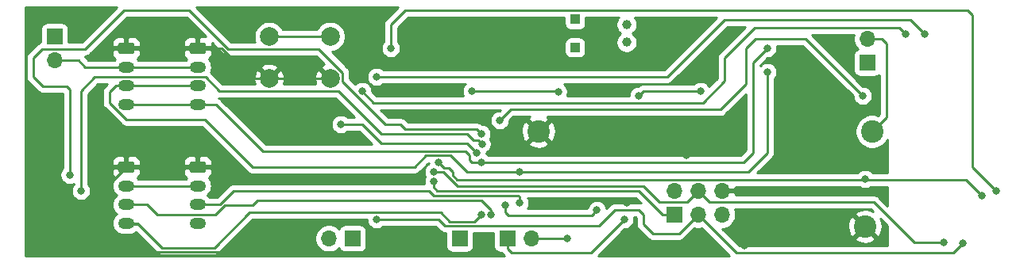
<source format=gbr>
G04 #@! TF.GenerationSoftware,KiCad,Pcbnew,5.1.6+dfsg1-1*
G04 #@! TF.CreationDate,2020-08-09T15:43:52+02:00*
G04 #@! TF.ProjectId,CaLoRa,43614c6f-5261-42e6-9b69-6361645f7063,rev?*
G04 #@! TF.SameCoordinates,Original*
G04 #@! TF.FileFunction,Copper,L2,Bot*
G04 #@! TF.FilePolarity,Positive*
%FSLAX46Y46*%
G04 Gerber Fmt 4.6, Leading zero omitted, Abs format (unit mm)*
G04 Created by KiCad (PCBNEW 5.1.6+dfsg1-1) date 2020-08-09 15:43:52*
%MOMM*%
%LPD*%
G01*
G04 APERTURE LIST*
G04 #@! TA.AperFunction,ComponentPad*
%ADD10C,2.400000*%
G04 #@! TD*
G04 #@! TA.AperFunction,ComponentPad*
%ADD11R,1.000000X1.000000*%
G04 #@! TD*
G04 #@! TA.AperFunction,ComponentPad*
%ADD12C,1.000000*%
G04 #@! TD*
G04 #@! TA.AperFunction,ComponentPad*
%ADD13C,2.000000*%
G04 #@! TD*
G04 #@! TA.AperFunction,ComponentPad*
%ADD14O,1.700000X1.700000*%
G04 #@! TD*
G04 #@! TA.AperFunction,ComponentPad*
%ADD15R,1.700000X1.700000*%
G04 #@! TD*
G04 #@! TA.AperFunction,ComponentPad*
%ADD16O,1.750000X1.200000*%
G04 #@! TD*
G04 #@! TA.AperFunction,ViaPad*
%ADD17C,0.800000*%
G04 #@! TD*
G04 #@! TA.AperFunction,Conductor*
%ADD18C,0.250000*%
G04 #@! TD*
G04 #@! TA.AperFunction,Conductor*
%ADD19C,0.254000*%
G04 #@! TD*
G04 APERTURE END LIST*
D10*
X229870000Y-97790000D03*
D11*
X198970000Y-78650000D03*
X198970000Y-75650000D03*
D12*
X204470000Y-78100000D03*
X204470000Y-76200000D03*
D13*
X172870000Y-77470000D03*
X172870000Y-81970000D03*
X166370000Y-77470000D03*
X166370000Y-81970000D03*
D14*
X230124000Y-77724000D03*
D15*
X230124000Y-80264000D03*
D14*
X143510000Y-80010000D03*
D15*
X143510000Y-77470000D03*
D16*
X151130000Y-84740000D03*
X151130000Y-82740000D03*
X151130000Y-80740000D03*
G04 #@! TA.AperFunction,ComponentPad*
G36*
G01*
X150504999Y-78140000D02*
X151755001Y-78140000D01*
G75*
G02*
X152005000Y-78389999I0J-249999D01*
G01*
X152005000Y-79090001D01*
G75*
G02*
X151755001Y-79340000I-249999J0D01*
G01*
X150504999Y-79340000D01*
G75*
G02*
X150255000Y-79090001I0J249999D01*
G01*
X150255000Y-78389999D01*
G75*
G02*
X150504999Y-78140000I249999J0D01*
G01*
G37*
G04 #@! TD.AperFunction*
X158750000Y-84740000D03*
X158750000Y-82740000D03*
X158750000Y-80740000D03*
G04 #@! TA.AperFunction,ComponentPad*
G36*
G01*
X158124999Y-78140000D02*
X159375001Y-78140000D01*
G75*
G02*
X159625000Y-78389999I0J-249999D01*
G01*
X159625000Y-79090001D01*
G75*
G02*
X159375001Y-79340000I-249999J0D01*
G01*
X158124999Y-79340000D01*
G75*
G02*
X157875000Y-79090001I0J249999D01*
G01*
X157875000Y-78389999D01*
G75*
G02*
X158124999Y-78140000I249999J0D01*
G01*
G37*
G04 #@! TD.AperFunction*
X151130000Y-97440000D03*
X151130000Y-95440000D03*
X151130000Y-93440000D03*
G04 #@! TA.AperFunction,ComponentPad*
G36*
G01*
X150504999Y-90840000D02*
X151755001Y-90840000D01*
G75*
G02*
X152005000Y-91089999I0J-249999D01*
G01*
X152005000Y-91790001D01*
G75*
G02*
X151755001Y-92040000I-249999J0D01*
G01*
X150504999Y-92040000D01*
G75*
G02*
X150255000Y-91790001I0J249999D01*
G01*
X150255000Y-91089999D01*
G75*
G02*
X150504999Y-90840000I249999J0D01*
G01*
G37*
G04 #@! TD.AperFunction*
X158750000Y-97440000D03*
X158750000Y-95440000D03*
X158750000Y-93440000D03*
G04 #@! TA.AperFunction,ComponentPad*
G36*
G01*
X158124999Y-90840000D02*
X159375001Y-90840000D01*
G75*
G02*
X159625000Y-91089999I0J-249999D01*
G01*
X159625000Y-91790001D01*
G75*
G02*
X159375001Y-92040000I-249999J0D01*
G01*
X158124999Y-92040000D01*
G75*
G02*
X157875000Y-91790001I0J249999D01*
G01*
X157875000Y-91089999D01*
G75*
G02*
X158124999Y-90840000I249999J0D01*
G01*
G37*
G04 #@! TD.AperFunction*
D10*
X195072000Y-87630000D03*
D14*
X214630000Y-93980000D03*
X214630000Y-96520000D03*
X212090000Y-93980000D03*
X212090000Y-96520000D03*
X209550000Y-93980000D03*
D15*
X209550000Y-96520000D03*
D14*
X172720000Y-99060000D03*
D15*
X175260000Y-99060000D03*
D14*
X194310000Y-99060000D03*
D15*
X191770000Y-99060000D03*
D10*
X230632000Y-87630000D03*
D15*
X186690000Y-99060000D03*
D17*
X210820000Y-100330000D03*
X213360000Y-100330000D03*
X208280000Y-100330000D03*
X184150000Y-99060000D03*
X176530000Y-76200000D03*
X165100000Y-85090000D03*
X222250000Y-90170000D03*
X220980000Y-97155000D03*
X144780000Y-100330000D03*
X166370000Y-97790000D03*
X212090000Y-81280000D03*
X204470000Y-95250000D03*
X203200000Y-88900000D03*
X199390000Y-88900000D03*
X210820000Y-90170000D03*
X162560000Y-76200000D03*
X199390000Y-86360000D03*
X203200000Y-86360000D03*
X207010000Y-80010000D03*
X195580000Y-80010000D03*
X217043000Y-99822000D03*
X188468000Y-89916000D03*
X173990000Y-86868000D03*
X205740000Y-83820000D03*
X212344000Y-83312000D03*
X188976000Y-87884000D03*
X145101600Y-92269600D03*
X189046000Y-88970000D03*
X146304000Y-93980000D03*
X198120000Y-99060000D03*
X187960000Y-83312000D03*
X204216000Y-97028000D03*
X197161990Y-83369990D03*
X183896000Y-91948000D03*
X238300000Y-99520000D03*
X240300000Y-99552000D03*
X177800000Y-97028000D03*
X183890000Y-92970000D03*
X193040000Y-95250000D03*
X188976000Y-96520000D03*
X189992000Y-96520000D03*
X219456000Y-78740000D03*
X188976000Y-90932000D03*
X219456000Y-81280000D03*
X193040000Y-91948000D03*
X190940000Y-86428000D03*
X229616000Y-83820000D03*
X242300000Y-94472000D03*
X184404000Y-90932000D03*
X229870000Y-92710000D03*
X176276000Y-83312000D03*
X234188000Y-77216000D03*
X177800000Y-81788000D03*
X236220000Y-77216000D03*
X179324000Y-78740000D03*
X243840000Y-93980000D03*
X191516000Y-95504000D03*
X201299500Y-96012000D03*
D18*
X151130000Y-78740000D02*
X158750000Y-78740000D01*
X158750000Y-78740000D02*
X161290000Y-78740000D01*
X164520000Y-81970000D02*
X166370000Y-81970000D01*
X161290000Y-78740000D02*
X164520000Y-81970000D01*
X166370000Y-81970000D02*
X172870000Y-81970000D01*
X151130000Y-91440000D02*
X158750000Y-91440000D01*
X183445991Y-100526009D02*
X150818009Y-100526009D01*
X150818009Y-100526009D02*
X148844000Y-98552000D01*
X148844000Y-93726000D02*
X151130000Y-91440000D01*
X148844000Y-98552000D02*
X148844000Y-93726000D01*
X184150000Y-99822000D02*
X183445991Y-100526009D01*
X184150000Y-99060000D02*
X184150000Y-99822000D01*
X166370000Y-77470000D02*
X172870000Y-77470000D01*
X187452000Y-88900000D02*
X188468000Y-89916000D01*
X178308000Y-88900000D02*
X187452000Y-88900000D01*
X174244000Y-86868000D02*
X176276000Y-86868000D01*
X176276000Y-86868000D02*
X178308000Y-88900000D01*
X152255000Y-80740000D02*
X158750000Y-80740000D01*
X151130000Y-80740000D02*
X152255000Y-80740000D01*
X152255000Y-93440000D02*
X158750000Y-93440000D01*
X151130000Y-93440000D02*
X152255000Y-93440000D01*
X143510000Y-80010000D02*
X146050000Y-80010000D01*
X146780000Y-80740000D02*
X151130000Y-80740000D01*
X146050000Y-80010000D02*
X146780000Y-80740000D01*
X206248000Y-83312000D02*
X205740000Y-83820000D01*
X212344000Y-83312000D02*
X206248000Y-83312000D01*
X161981411Y-78795001D02*
X157862410Y-74676000D01*
X171656003Y-78795001D02*
X161981411Y-78795001D01*
X174195001Y-81333999D02*
X171656003Y-78795001D01*
X174195001Y-82304003D02*
X174195001Y-81333999D01*
X178758998Y-86868000D02*
X174195001Y-82304003D01*
X146717001Y-78834999D02*
X142145001Y-78834999D01*
X157862410Y-74676000D02*
X150876000Y-74676000D01*
X150876000Y-74676000D02*
X146717001Y-78834999D01*
X142145001Y-78834999D02*
X141224000Y-79756000D01*
X141224000Y-79756000D02*
X141224000Y-81788000D01*
X141224000Y-81788000D02*
X142240000Y-82804000D01*
X142240000Y-82804000D02*
X144780000Y-82804000D01*
X145101600Y-83125600D02*
X145101600Y-92269600D01*
X144780000Y-82804000D02*
X145101600Y-83125600D01*
X145101600Y-92269600D02*
X145101600Y-92269600D01*
X178758998Y-86868000D02*
X180340000Y-86868000D01*
X180340000Y-86868000D02*
X180848000Y-87376000D01*
X188468000Y-87376000D02*
X188976000Y-87884000D01*
X180848000Y-87376000D02*
X188468000Y-87376000D01*
X188120135Y-88570001D02*
X187434134Y-87884000D01*
X189046000Y-88970000D02*
X188646001Y-88570001D01*
X188646001Y-88570001D02*
X188120135Y-88570001D01*
X187434134Y-87884000D02*
X178308000Y-87884000D01*
X159586400Y-81814990D02*
X147801010Y-81814990D01*
X178308000Y-87884000D02*
X173719001Y-83295001D01*
X161066411Y-83295001D02*
X159586400Y-81814990D01*
X173719001Y-83295001D02*
X161066411Y-83295001D01*
X147801010Y-81814990D02*
X146304000Y-83312000D01*
X146304000Y-91948000D02*
X146304000Y-93980000D01*
X146304000Y-83312000D02*
X146304000Y-91948000D01*
X232156000Y-86106000D02*
X230632000Y-87630000D01*
X232156000Y-78232000D02*
X232156000Y-86106000D01*
X230124000Y-77724000D02*
X231648000Y-77724000D01*
X231648000Y-77724000D02*
X232156000Y-78232000D01*
X198120000Y-99060000D02*
X194310000Y-99060000D01*
X191770000Y-100160000D02*
X192194000Y-100584000D01*
X191770000Y-99060000D02*
X191770000Y-100160000D01*
X192194000Y-100584000D02*
X200660000Y-100584000D01*
X200660000Y-100584000D02*
X204216000Y-97028000D01*
X204216000Y-97028000D02*
X204216000Y-97028000D01*
X197104000Y-83312000D02*
X197161990Y-83369990D01*
X187960000Y-83312000D02*
X197104000Y-83312000D01*
X213265001Y-95155001D02*
X230791001Y-95155001D01*
X212090000Y-93980000D02*
X213265001Y-95155001D01*
X235156000Y-99520000D02*
X238300000Y-99520000D01*
X230791001Y-95155001D02*
X235156000Y-99520000D01*
X211240001Y-94829999D02*
X212090000Y-93980000D01*
X183896000Y-91948000D02*
X184912000Y-91948000D01*
X184912000Y-91948000D02*
X186436000Y-93472000D01*
X186436000Y-93472000D02*
X206248000Y-93472000D01*
X206248000Y-93472000D02*
X207931002Y-95155002D01*
X207931002Y-95155002D02*
X210914999Y-95155001D01*
X210914999Y-95155001D02*
X211240001Y-94829999D01*
X212090000Y-96520000D02*
X216154000Y-100584000D01*
X239268000Y-100584000D02*
X240300000Y-99552000D01*
X216154000Y-100584000D02*
X239268000Y-100584000D01*
X210058000Y-98552000D02*
X212090000Y-96520000D01*
X207772000Y-98552000D02*
X210058000Y-98552000D01*
X185071001Y-97695001D02*
X184404000Y-97028000D01*
X184404000Y-97028000D02*
X177800000Y-97028000D01*
X185450601Y-97695011D02*
X201516989Y-97695011D01*
X185071001Y-97695001D02*
X185450591Y-97695001D01*
X185450591Y-97695001D02*
X185450601Y-97695011D01*
X201516989Y-97695011D02*
X203200000Y-96012000D01*
X203200000Y-96012000D02*
X205740000Y-96012000D01*
X207772000Y-98552000D02*
X207264000Y-98552000D01*
X207264000Y-98552000D02*
X206248000Y-97536000D01*
X206248000Y-97536000D02*
X206248000Y-96520000D01*
X206248000Y-96520000D02*
X205740000Y-96012000D01*
X183890000Y-93594410D02*
X183890000Y-92970000D01*
X209550000Y-96520000D02*
X208450000Y-96520000D01*
X183890000Y-93594410D02*
X184275590Y-93980000D01*
X184275590Y-93980000D02*
X205740000Y-93980000D01*
X208280000Y-96520000D02*
X209550000Y-96520000D01*
X205740000Y-93980000D02*
X208280000Y-96520000D01*
X193040000Y-94615000D02*
X193040000Y-95250000D01*
X161100000Y-95440000D02*
X162560000Y-93980000D01*
X162560000Y-93980000D02*
X183388000Y-93980000D01*
X183388000Y-93980000D02*
X183896000Y-94488000D01*
X183896000Y-94488000D02*
X192913000Y-94488000D01*
X158750000Y-95440000D02*
X161100000Y-95440000D01*
X192913000Y-94488000D02*
X193040000Y-94615000D01*
X188250999Y-97245001D02*
X185637001Y-97245001D01*
X188976000Y-96520000D02*
X188250999Y-97245001D01*
X185637001Y-97245001D02*
X184694999Y-96302999D01*
X152304000Y-97440000D02*
X152400000Y-97536000D01*
X151130000Y-97440000D02*
X152304000Y-97440000D01*
X152400000Y-97536000D02*
X151892000Y-97536000D01*
X184694999Y-96302999D02*
X164301001Y-96302999D01*
X164301001Y-96302999D02*
X160528000Y-100076000D01*
X154940000Y-100076000D02*
X152400000Y-97536000D01*
X160528000Y-100076000D02*
X154940000Y-100076000D01*
X160661420Y-96514990D02*
X154426990Y-96514990D01*
X153352000Y-95440000D02*
X151130000Y-95440000D01*
X188976000Y-94996000D02*
X165100000Y-94996000D01*
X164592000Y-95504000D02*
X161672410Y-95504000D01*
X154426990Y-96514990D02*
X153352000Y-95440000D01*
X189992000Y-96520000D02*
X189992000Y-96012000D01*
X165100000Y-94996000D02*
X164592000Y-95504000D01*
X189992000Y-96012000D02*
X188976000Y-94996000D01*
X161672410Y-95504000D02*
X160661420Y-96514990D01*
X152255000Y-84740000D02*
X158750000Y-84740000D01*
X151130000Y-84740000D02*
X152255000Y-84740000D01*
X219456000Y-78740000D02*
X217932000Y-80264000D01*
X188976000Y-90932000D02*
X216916000Y-90932000D01*
X217932000Y-89916000D02*
X217932000Y-80264000D01*
X216916000Y-90932000D02*
X217932000Y-89916000D01*
X158750000Y-84740000D02*
X159875000Y-84740000D01*
X160673999Y-84740000D02*
X158750000Y-84740000D01*
X165690988Y-89756989D02*
X160673999Y-84740000D01*
X187292989Y-89756989D02*
X165690988Y-89756989D01*
X187742999Y-90206999D02*
X187742999Y-90714999D01*
X187292989Y-89756989D02*
X187742999Y-90206999D01*
X187960000Y-90932000D02*
X188976000Y-90932000D01*
X187742999Y-90714999D02*
X187960000Y-90932000D01*
X152255000Y-82740000D02*
X158750000Y-82740000D01*
X151130000Y-82740000D02*
X152255000Y-82740000D01*
X219456000Y-81280000D02*
X219456000Y-89916000D01*
X219456000Y-89916000D02*
X217424000Y-91948000D01*
X217424000Y-91948000D02*
X193040000Y-91948000D01*
X193040000Y-91948000D02*
X193040000Y-91948000D01*
X187452000Y-91948000D02*
X193040000Y-91948000D01*
X185710999Y-90206999D02*
X187452000Y-91948000D01*
X183097001Y-90206999D02*
X185710999Y-90206999D01*
X181864000Y-91440000D02*
X183097001Y-90206999D01*
X164592000Y-91440000D02*
X181864000Y-91440000D01*
X150005000Y-82740000D02*
X149352000Y-83393000D01*
X151130000Y-82740000D02*
X150005000Y-82740000D01*
X149352000Y-84545161D02*
X151166839Y-86360000D01*
X151166839Y-86360000D02*
X159512000Y-86360000D01*
X149352000Y-83393000D02*
X149352000Y-84545161D01*
X159512000Y-86360000D02*
X164592000Y-91440000D01*
X229616000Y-83820000D02*
X229616000Y-83820000D01*
X214433990Y-85286010D02*
X192081990Y-85286010D01*
X192081990Y-85286010D02*
X190940000Y-86428000D01*
X229616000Y-83820000D02*
X223520000Y-77724000D01*
X218440000Y-77724000D02*
X218186000Y-77724000D01*
X221996000Y-77724000D02*
X218186000Y-77724000D01*
X223520000Y-77724000D02*
X221996000Y-77724000D01*
X221996000Y-77724000D02*
X218440000Y-77724000D01*
X218186000Y-77724000D02*
X217170000Y-78740000D01*
X217170000Y-82550000D02*
X214433990Y-85286010D01*
X217170000Y-78740000D02*
X217170000Y-82550000D01*
X241900001Y-94072001D02*
X242300000Y-94472000D01*
X240632999Y-92804999D02*
X241900001Y-94072001D01*
X184404000Y-90932000D02*
X184969990Y-91497990D01*
X185928000Y-92327590D02*
X186405409Y-92804999D01*
X186405409Y-92804999D02*
X240632999Y-92804999D01*
X184969990Y-91497990D02*
X185477990Y-91497990D01*
X185477990Y-91497990D02*
X185928000Y-91948000D01*
X185928000Y-91948000D02*
X185928000Y-92327590D01*
X234188000Y-77216000D02*
X234188000Y-77216000D01*
X177509001Y-84545001D02*
X176276000Y-83312000D01*
X212577997Y-84545001D02*
X177509001Y-84545001D01*
X214884000Y-82238998D02*
X212577997Y-84545001D01*
X214884000Y-79756000D02*
X214884000Y-82238998D01*
X218091001Y-76548999D02*
X214884000Y-79756000D01*
X233520999Y-76548999D02*
X218091001Y-76548999D01*
X234188000Y-77216000D02*
X233520999Y-76548999D01*
X236220000Y-77216000D02*
X236220000Y-77216000D01*
X235552999Y-76548999D02*
X236220000Y-77216000D01*
X234696000Y-75692000D02*
X235552999Y-76548999D01*
X214884000Y-75692000D02*
X234696000Y-75692000D01*
X177800000Y-81788000D02*
X208788000Y-81788000D01*
X208788000Y-81788000D02*
X214884000Y-75692000D01*
X243840000Y-93980000D02*
X243840000Y-93980000D01*
X179324000Y-76200000D02*
X180848000Y-74676000D01*
X179324000Y-78740000D02*
X179324000Y-76200000D01*
X180848000Y-74676000D02*
X240792000Y-74676000D01*
X241300000Y-91440000D02*
X242664999Y-92804999D01*
X240792000Y-74676000D02*
X241300000Y-75184000D01*
X242664999Y-92804999D02*
X243840000Y-93980000D01*
X241300000Y-75184000D02*
X241300000Y-91440000D01*
X200899501Y-96411999D02*
X201299500Y-96012000D01*
X191516000Y-95504000D02*
X191516000Y-96266000D01*
X191835750Y-96585750D02*
X200725750Y-96585750D01*
X191516000Y-96266000D02*
X191835750Y-96585750D01*
X200725750Y-96585750D02*
X200899501Y-96411999D01*
D19*
G36*
X146402200Y-78074999D02*
G01*
X144998072Y-78074999D01*
X144998072Y-76620000D01*
X144985812Y-76495518D01*
X144949502Y-76375820D01*
X144890537Y-76265506D01*
X144811185Y-76168815D01*
X144714494Y-76089463D01*
X144604180Y-76030498D01*
X144484482Y-75994188D01*
X144360000Y-75981928D01*
X142660000Y-75981928D01*
X142535518Y-75994188D01*
X142415820Y-76030498D01*
X142305506Y-76089463D01*
X142208815Y-76168815D01*
X142129463Y-76265506D01*
X142070498Y-76375820D01*
X142034188Y-76495518D01*
X142021928Y-76620000D01*
X142021928Y-78083444D01*
X141996015Y-78085996D01*
X141852754Y-78129453D01*
X141720724Y-78200025D01*
X141678105Y-78235002D01*
X141605000Y-78294998D01*
X141581202Y-78323996D01*
X140713002Y-79192197D01*
X140683999Y-79215999D01*
X140647070Y-79260998D01*
X140589026Y-79331724D01*
X140527836Y-79446201D01*
X140518454Y-79463754D01*
X140474997Y-79607015D01*
X140464000Y-79718668D01*
X140464000Y-79718678D01*
X140460324Y-79756000D01*
X140464000Y-79793323D01*
X140464001Y-81750668D01*
X140460324Y-81788000D01*
X140464001Y-81825333D01*
X140474998Y-81936986D01*
X140481109Y-81957130D01*
X140518454Y-82080246D01*
X140589026Y-82212276D01*
X140643175Y-82278256D01*
X140684000Y-82328001D01*
X140712998Y-82351799D01*
X141676200Y-83315002D01*
X141699999Y-83344001D01*
X141728997Y-83367799D01*
X141815723Y-83438974D01*
X141909320Y-83489003D01*
X141947753Y-83509546D01*
X142091014Y-83553003D01*
X142202667Y-83564000D01*
X142202677Y-83564000D01*
X142240000Y-83567676D01*
X142277322Y-83564000D01*
X144341600Y-83564000D01*
X144341601Y-91565888D01*
X144297663Y-91609826D01*
X144184395Y-91779344D01*
X144106374Y-91967702D01*
X144066600Y-92167661D01*
X144066600Y-92371539D01*
X144106374Y-92571498D01*
X144184395Y-92759856D01*
X144297663Y-92929374D01*
X144441826Y-93073537D01*
X144611344Y-93186805D01*
X144799702Y-93264826D01*
X144999661Y-93304600D01*
X145203539Y-93304600D01*
X145403498Y-93264826D01*
X145544001Y-93206627D01*
X145544001Y-93276288D01*
X145500063Y-93320226D01*
X145386795Y-93489744D01*
X145308774Y-93678102D01*
X145269000Y-93878061D01*
X145269000Y-94081939D01*
X145308774Y-94281898D01*
X145386795Y-94470256D01*
X145500063Y-94639774D01*
X145644226Y-94783937D01*
X145813744Y-94897205D01*
X146002102Y-94975226D01*
X146202061Y-95015000D01*
X146405939Y-95015000D01*
X146605898Y-94975226D01*
X146794256Y-94897205D01*
X146963774Y-94783937D01*
X147107937Y-94639774D01*
X147221205Y-94470256D01*
X147299226Y-94281898D01*
X147339000Y-94081939D01*
X147339000Y-93878061D01*
X147299226Y-93678102D01*
X147221205Y-93489744D01*
X147107937Y-93320226D01*
X147064000Y-93276289D01*
X147064000Y-90840000D01*
X149616928Y-90840000D01*
X149620000Y-91154250D01*
X149778750Y-91313000D01*
X151003000Y-91313000D01*
X151003000Y-90363750D01*
X151257000Y-90363750D01*
X151257000Y-91313000D01*
X152481250Y-91313000D01*
X152640000Y-91154250D01*
X152643072Y-90840000D01*
X157236928Y-90840000D01*
X157240000Y-91154250D01*
X157398750Y-91313000D01*
X158623000Y-91313000D01*
X158623000Y-90363750D01*
X158877000Y-90363750D01*
X158877000Y-91313000D01*
X160101250Y-91313000D01*
X160260000Y-91154250D01*
X160263072Y-90840000D01*
X160250812Y-90715518D01*
X160214502Y-90595820D01*
X160155537Y-90485506D01*
X160076185Y-90388815D01*
X159979494Y-90309463D01*
X159869180Y-90250498D01*
X159749482Y-90214188D01*
X159625000Y-90201928D01*
X159035750Y-90205000D01*
X158877000Y-90363750D01*
X158623000Y-90363750D01*
X158464250Y-90205000D01*
X157875000Y-90201928D01*
X157750518Y-90214188D01*
X157630820Y-90250498D01*
X157520506Y-90309463D01*
X157423815Y-90388815D01*
X157344463Y-90485506D01*
X157285498Y-90595820D01*
X157249188Y-90715518D01*
X157236928Y-90840000D01*
X152643072Y-90840000D01*
X152630812Y-90715518D01*
X152594502Y-90595820D01*
X152535537Y-90485506D01*
X152456185Y-90388815D01*
X152359494Y-90309463D01*
X152249180Y-90250498D01*
X152129482Y-90214188D01*
X152005000Y-90201928D01*
X151415750Y-90205000D01*
X151257000Y-90363750D01*
X151003000Y-90363750D01*
X150844250Y-90205000D01*
X150255000Y-90201928D01*
X150130518Y-90214188D01*
X150010820Y-90250498D01*
X149900506Y-90309463D01*
X149803815Y-90388815D01*
X149724463Y-90485506D01*
X149665498Y-90595820D01*
X149629188Y-90715518D01*
X149616928Y-90840000D01*
X147064000Y-90840000D01*
X147064000Y-83626801D01*
X148115812Y-82574990D01*
X149095208Y-82574990D01*
X148841002Y-82829197D01*
X148811999Y-82852999D01*
X148782466Y-82888986D01*
X148717026Y-82968724D01*
X148653128Y-83088268D01*
X148646454Y-83100754D01*
X148602997Y-83244015D01*
X148592000Y-83355668D01*
X148592000Y-83355678D01*
X148588324Y-83393000D01*
X148592000Y-83430323D01*
X148592001Y-84507829D01*
X148588324Y-84545161D01*
X148602998Y-84694146D01*
X148646454Y-84837407D01*
X148717026Y-84969437D01*
X148788201Y-85056163D01*
X148812000Y-85085162D01*
X148840998Y-85108960D01*
X150603039Y-86871002D01*
X150626838Y-86900001D01*
X150655836Y-86923799D01*
X150742562Y-86994974D01*
X150869780Y-87062974D01*
X150874592Y-87065546D01*
X151017853Y-87109003D01*
X151129506Y-87120000D01*
X151129516Y-87120000D01*
X151166839Y-87123676D01*
X151204162Y-87120000D01*
X159197199Y-87120000D01*
X164028201Y-91951003D01*
X164051999Y-91980001D01*
X164080997Y-92003799D01*
X164167723Y-92074974D01*
X164213520Y-92099453D01*
X164299753Y-92145546D01*
X164443014Y-92189003D01*
X164554667Y-92200000D01*
X164554677Y-92200000D01*
X164592000Y-92203676D01*
X164629323Y-92200000D01*
X181826678Y-92200000D01*
X181864000Y-92203676D01*
X181901322Y-92200000D01*
X181901333Y-92200000D01*
X182012986Y-92189003D01*
X182156247Y-92145546D01*
X182288276Y-92074974D01*
X182404001Y-91980001D01*
X182427804Y-91950997D01*
X183369000Y-91009802D01*
X183369000Y-91033939D01*
X183372759Y-91052835D01*
X183236226Y-91144063D01*
X183092063Y-91288226D01*
X182978795Y-91457744D01*
X182900774Y-91646102D01*
X182861000Y-91846061D01*
X182861000Y-92049939D01*
X182900774Y-92249898D01*
X182978795Y-92438256D01*
X182989656Y-92454510D01*
X182972795Y-92479744D01*
X182894774Y-92668102D01*
X182855000Y-92868061D01*
X182855000Y-93071939D01*
X182884451Y-93220000D01*
X162597323Y-93220000D01*
X162560000Y-93216324D01*
X162522677Y-93220000D01*
X162522667Y-93220000D01*
X162411014Y-93230997D01*
X162267753Y-93274454D01*
X162135724Y-93345026D01*
X162019999Y-93439999D01*
X161996201Y-93468997D01*
X160785199Y-94680000D01*
X159998933Y-94680000D01*
X159902502Y-94562498D01*
X159753238Y-94440000D01*
X159902502Y-94317502D01*
X160056833Y-94129449D01*
X160171511Y-93914901D01*
X160242130Y-93682102D01*
X160265975Y-93440000D01*
X160242130Y-93197898D01*
X160171511Y-92965099D01*
X160056833Y-92750551D01*
X159930564Y-92596691D01*
X159979494Y-92570537D01*
X160076185Y-92491185D01*
X160155537Y-92394494D01*
X160214502Y-92284180D01*
X160250812Y-92164482D01*
X160263072Y-92040000D01*
X160260000Y-91725750D01*
X160101250Y-91567000D01*
X158877000Y-91567000D01*
X158877000Y-91587000D01*
X158623000Y-91587000D01*
X158623000Y-91567000D01*
X157398750Y-91567000D01*
X157240000Y-91725750D01*
X157236928Y-92040000D01*
X157249188Y-92164482D01*
X157285498Y-92284180D01*
X157344463Y-92394494D01*
X157423815Y-92491185D01*
X157520506Y-92570537D01*
X157569436Y-92596691D01*
X157501067Y-92680000D01*
X152378933Y-92680000D01*
X152310564Y-92596691D01*
X152359494Y-92570537D01*
X152456185Y-92491185D01*
X152535537Y-92394494D01*
X152594502Y-92284180D01*
X152630812Y-92164482D01*
X152643072Y-92040000D01*
X152640000Y-91725750D01*
X152481250Y-91567000D01*
X151257000Y-91567000D01*
X151257000Y-91587000D01*
X151003000Y-91587000D01*
X151003000Y-91567000D01*
X149778750Y-91567000D01*
X149620000Y-91725750D01*
X149616928Y-92040000D01*
X149629188Y-92164482D01*
X149665498Y-92284180D01*
X149724463Y-92394494D01*
X149803815Y-92491185D01*
X149900506Y-92570537D01*
X149949436Y-92596691D01*
X149823167Y-92750551D01*
X149708489Y-92965099D01*
X149637870Y-93197898D01*
X149614025Y-93440000D01*
X149637870Y-93682102D01*
X149708489Y-93914901D01*
X149823167Y-94129449D01*
X149977498Y-94317502D01*
X150126762Y-94440000D01*
X149977498Y-94562498D01*
X149823167Y-94750551D01*
X149708489Y-94965099D01*
X149637870Y-95197898D01*
X149614025Y-95440000D01*
X149637870Y-95682102D01*
X149708489Y-95914901D01*
X149823167Y-96129449D01*
X149977498Y-96317502D01*
X150126762Y-96440000D01*
X149977498Y-96562498D01*
X149823167Y-96750551D01*
X149708489Y-96965099D01*
X149637870Y-97197898D01*
X149614025Y-97440000D01*
X149637870Y-97682102D01*
X149708489Y-97914901D01*
X149823167Y-98129449D01*
X149977498Y-98317502D01*
X150165551Y-98471833D01*
X150380099Y-98586511D01*
X150612898Y-98657130D01*
X150794335Y-98675000D01*
X151465665Y-98675000D01*
X151647102Y-98657130D01*
X151879901Y-98586511D01*
X152094449Y-98471833D01*
X152185944Y-98396745D01*
X154376205Y-100587008D01*
X154399999Y-100616001D01*
X154428992Y-100639795D01*
X154428996Y-100639799D01*
X154467018Y-100671002D01*
X154515724Y-100710974D01*
X154647753Y-100781546D01*
X154791014Y-100825003D01*
X154902667Y-100836000D01*
X154902676Y-100836000D01*
X154939999Y-100839676D01*
X154977322Y-100836000D01*
X160490678Y-100836000D01*
X160528000Y-100839676D01*
X160565322Y-100836000D01*
X160565333Y-100836000D01*
X160676986Y-100825003D01*
X160820247Y-100781546D01*
X160952276Y-100710974D01*
X161068001Y-100616001D01*
X161091804Y-100586997D01*
X162765061Y-98913740D01*
X171235000Y-98913740D01*
X171235000Y-99206260D01*
X171292068Y-99493158D01*
X171404010Y-99763411D01*
X171566525Y-100006632D01*
X171773368Y-100213475D01*
X172016589Y-100375990D01*
X172286842Y-100487932D01*
X172573740Y-100545000D01*
X172866260Y-100545000D01*
X173153158Y-100487932D01*
X173423411Y-100375990D01*
X173666632Y-100213475D01*
X173798487Y-100081620D01*
X173820498Y-100154180D01*
X173879463Y-100264494D01*
X173958815Y-100361185D01*
X174055506Y-100440537D01*
X174165820Y-100499502D01*
X174285518Y-100535812D01*
X174410000Y-100548072D01*
X176110000Y-100548072D01*
X176234482Y-100535812D01*
X176354180Y-100499502D01*
X176464494Y-100440537D01*
X176561185Y-100361185D01*
X176640537Y-100264494D01*
X176699502Y-100154180D01*
X176735812Y-100034482D01*
X176748072Y-99910000D01*
X176748072Y-98210000D01*
X176735812Y-98085518D01*
X176699502Y-97965820D01*
X176640537Y-97855506D01*
X176561185Y-97758815D01*
X176464494Y-97679463D01*
X176354180Y-97620498D01*
X176234482Y-97584188D01*
X176110000Y-97571928D01*
X174410000Y-97571928D01*
X174285518Y-97584188D01*
X174165820Y-97620498D01*
X174055506Y-97679463D01*
X173958815Y-97758815D01*
X173879463Y-97855506D01*
X173820498Y-97965820D01*
X173798487Y-98038380D01*
X173666632Y-97906525D01*
X173423411Y-97744010D01*
X173153158Y-97632068D01*
X172866260Y-97575000D01*
X172573740Y-97575000D01*
X172286842Y-97632068D01*
X172016589Y-97744010D01*
X171773368Y-97906525D01*
X171566525Y-98113368D01*
X171404010Y-98356589D01*
X171292068Y-98626842D01*
X171235000Y-98913740D01*
X162765061Y-98913740D01*
X164615803Y-97062999D01*
X176765000Y-97062999D01*
X176765000Y-97129939D01*
X176804774Y-97329898D01*
X176882795Y-97518256D01*
X176996063Y-97687774D01*
X177140226Y-97831937D01*
X177309744Y-97945205D01*
X177498102Y-98023226D01*
X177698061Y-98063000D01*
X177901939Y-98063000D01*
X178101898Y-98023226D01*
X178290256Y-97945205D01*
X178459774Y-97831937D01*
X178503711Y-97788000D01*
X184089199Y-97788000D01*
X184507201Y-98206003D01*
X184531000Y-98235002D01*
X184646725Y-98329975D01*
X184778754Y-98400547D01*
X184922015Y-98444004D01*
X185033668Y-98455001D01*
X185033678Y-98455001D01*
X185071001Y-98458677D01*
X185108324Y-98455001D01*
X185201928Y-98455001D01*
X185201928Y-99910000D01*
X185214188Y-100034482D01*
X185250498Y-100154180D01*
X185309463Y-100264494D01*
X185388815Y-100361185D01*
X185485506Y-100440537D01*
X185595820Y-100499502D01*
X185715518Y-100535812D01*
X185840000Y-100548072D01*
X187540000Y-100548072D01*
X187664482Y-100535812D01*
X187784180Y-100499502D01*
X187894494Y-100440537D01*
X187991185Y-100361185D01*
X188070537Y-100264494D01*
X188129502Y-100154180D01*
X188165812Y-100034482D01*
X188178072Y-99910000D01*
X188178072Y-98455011D01*
X190281928Y-98455011D01*
X190281928Y-99910000D01*
X190294188Y-100034482D01*
X190330498Y-100154180D01*
X190389463Y-100264494D01*
X190468815Y-100361185D01*
X190565506Y-100440537D01*
X190675820Y-100499502D01*
X190795518Y-100535812D01*
X190920000Y-100548072D01*
X191115674Y-100548072D01*
X191135026Y-100584276D01*
X191206201Y-100671002D01*
X191230000Y-100700001D01*
X191258998Y-100723799D01*
X191425199Y-100890000D01*
X140410000Y-100890000D01*
X140410000Y-74370000D01*
X150107198Y-74370000D01*
X146402200Y-78074999D01*
G37*
X146402200Y-78074999D02*
X144998072Y-78074999D01*
X144998072Y-76620000D01*
X144985812Y-76495518D01*
X144949502Y-76375820D01*
X144890537Y-76265506D01*
X144811185Y-76168815D01*
X144714494Y-76089463D01*
X144604180Y-76030498D01*
X144484482Y-75994188D01*
X144360000Y-75981928D01*
X142660000Y-75981928D01*
X142535518Y-75994188D01*
X142415820Y-76030498D01*
X142305506Y-76089463D01*
X142208815Y-76168815D01*
X142129463Y-76265506D01*
X142070498Y-76375820D01*
X142034188Y-76495518D01*
X142021928Y-76620000D01*
X142021928Y-78083444D01*
X141996015Y-78085996D01*
X141852754Y-78129453D01*
X141720724Y-78200025D01*
X141678105Y-78235002D01*
X141605000Y-78294998D01*
X141581202Y-78323996D01*
X140713002Y-79192197D01*
X140683999Y-79215999D01*
X140647070Y-79260998D01*
X140589026Y-79331724D01*
X140527836Y-79446201D01*
X140518454Y-79463754D01*
X140474997Y-79607015D01*
X140464000Y-79718668D01*
X140464000Y-79718678D01*
X140460324Y-79756000D01*
X140464000Y-79793323D01*
X140464001Y-81750668D01*
X140460324Y-81788000D01*
X140464001Y-81825333D01*
X140474998Y-81936986D01*
X140481109Y-81957130D01*
X140518454Y-82080246D01*
X140589026Y-82212276D01*
X140643175Y-82278256D01*
X140684000Y-82328001D01*
X140712998Y-82351799D01*
X141676200Y-83315002D01*
X141699999Y-83344001D01*
X141728997Y-83367799D01*
X141815723Y-83438974D01*
X141909320Y-83489003D01*
X141947753Y-83509546D01*
X142091014Y-83553003D01*
X142202667Y-83564000D01*
X142202677Y-83564000D01*
X142240000Y-83567676D01*
X142277322Y-83564000D01*
X144341600Y-83564000D01*
X144341601Y-91565888D01*
X144297663Y-91609826D01*
X144184395Y-91779344D01*
X144106374Y-91967702D01*
X144066600Y-92167661D01*
X144066600Y-92371539D01*
X144106374Y-92571498D01*
X144184395Y-92759856D01*
X144297663Y-92929374D01*
X144441826Y-93073537D01*
X144611344Y-93186805D01*
X144799702Y-93264826D01*
X144999661Y-93304600D01*
X145203539Y-93304600D01*
X145403498Y-93264826D01*
X145544001Y-93206627D01*
X145544001Y-93276288D01*
X145500063Y-93320226D01*
X145386795Y-93489744D01*
X145308774Y-93678102D01*
X145269000Y-93878061D01*
X145269000Y-94081939D01*
X145308774Y-94281898D01*
X145386795Y-94470256D01*
X145500063Y-94639774D01*
X145644226Y-94783937D01*
X145813744Y-94897205D01*
X146002102Y-94975226D01*
X146202061Y-95015000D01*
X146405939Y-95015000D01*
X146605898Y-94975226D01*
X146794256Y-94897205D01*
X146963774Y-94783937D01*
X147107937Y-94639774D01*
X147221205Y-94470256D01*
X147299226Y-94281898D01*
X147339000Y-94081939D01*
X147339000Y-93878061D01*
X147299226Y-93678102D01*
X147221205Y-93489744D01*
X147107937Y-93320226D01*
X147064000Y-93276289D01*
X147064000Y-90840000D01*
X149616928Y-90840000D01*
X149620000Y-91154250D01*
X149778750Y-91313000D01*
X151003000Y-91313000D01*
X151003000Y-90363750D01*
X151257000Y-90363750D01*
X151257000Y-91313000D01*
X152481250Y-91313000D01*
X152640000Y-91154250D01*
X152643072Y-90840000D01*
X157236928Y-90840000D01*
X157240000Y-91154250D01*
X157398750Y-91313000D01*
X158623000Y-91313000D01*
X158623000Y-90363750D01*
X158877000Y-90363750D01*
X158877000Y-91313000D01*
X160101250Y-91313000D01*
X160260000Y-91154250D01*
X160263072Y-90840000D01*
X160250812Y-90715518D01*
X160214502Y-90595820D01*
X160155537Y-90485506D01*
X160076185Y-90388815D01*
X159979494Y-90309463D01*
X159869180Y-90250498D01*
X159749482Y-90214188D01*
X159625000Y-90201928D01*
X159035750Y-90205000D01*
X158877000Y-90363750D01*
X158623000Y-90363750D01*
X158464250Y-90205000D01*
X157875000Y-90201928D01*
X157750518Y-90214188D01*
X157630820Y-90250498D01*
X157520506Y-90309463D01*
X157423815Y-90388815D01*
X157344463Y-90485506D01*
X157285498Y-90595820D01*
X157249188Y-90715518D01*
X157236928Y-90840000D01*
X152643072Y-90840000D01*
X152630812Y-90715518D01*
X152594502Y-90595820D01*
X152535537Y-90485506D01*
X152456185Y-90388815D01*
X152359494Y-90309463D01*
X152249180Y-90250498D01*
X152129482Y-90214188D01*
X152005000Y-90201928D01*
X151415750Y-90205000D01*
X151257000Y-90363750D01*
X151003000Y-90363750D01*
X150844250Y-90205000D01*
X150255000Y-90201928D01*
X150130518Y-90214188D01*
X150010820Y-90250498D01*
X149900506Y-90309463D01*
X149803815Y-90388815D01*
X149724463Y-90485506D01*
X149665498Y-90595820D01*
X149629188Y-90715518D01*
X149616928Y-90840000D01*
X147064000Y-90840000D01*
X147064000Y-83626801D01*
X148115812Y-82574990D01*
X149095208Y-82574990D01*
X148841002Y-82829197D01*
X148811999Y-82852999D01*
X148782466Y-82888986D01*
X148717026Y-82968724D01*
X148653128Y-83088268D01*
X148646454Y-83100754D01*
X148602997Y-83244015D01*
X148592000Y-83355668D01*
X148592000Y-83355678D01*
X148588324Y-83393000D01*
X148592000Y-83430323D01*
X148592001Y-84507829D01*
X148588324Y-84545161D01*
X148602998Y-84694146D01*
X148646454Y-84837407D01*
X148717026Y-84969437D01*
X148788201Y-85056163D01*
X148812000Y-85085162D01*
X148840998Y-85108960D01*
X150603039Y-86871002D01*
X150626838Y-86900001D01*
X150655836Y-86923799D01*
X150742562Y-86994974D01*
X150869780Y-87062974D01*
X150874592Y-87065546D01*
X151017853Y-87109003D01*
X151129506Y-87120000D01*
X151129516Y-87120000D01*
X151166839Y-87123676D01*
X151204162Y-87120000D01*
X159197199Y-87120000D01*
X164028201Y-91951003D01*
X164051999Y-91980001D01*
X164080997Y-92003799D01*
X164167723Y-92074974D01*
X164213520Y-92099453D01*
X164299753Y-92145546D01*
X164443014Y-92189003D01*
X164554667Y-92200000D01*
X164554677Y-92200000D01*
X164592000Y-92203676D01*
X164629323Y-92200000D01*
X181826678Y-92200000D01*
X181864000Y-92203676D01*
X181901322Y-92200000D01*
X181901333Y-92200000D01*
X182012986Y-92189003D01*
X182156247Y-92145546D01*
X182288276Y-92074974D01*
X182404001Y-91980001D01*
X182427804Y-91950997D01*
X183369000Y-91009802D01*
X183369000Y-91033939D01*
X183372759Y-91052835D01*
X183236226Y-91144063D01*
X183092063Y-91288226D01*
X182978795Y-91457744D01*
X182900774Y-91646102D01*
X182861000Y-91846061D01*
X182861000Y-92049939D01*
X182900774Y-92249898D01*
X182978795Y-92438256D01*
X182989656Y-92454510D01*
X182972795Y-92479744D01*
X182894774Y-92668102D01*
X182855000Y-92868061D01*
X182855000Y-93071939D01*
X182884451Y-93220000D01*
X162597323Y-93220000D01*
X162560000Y-93216324D01*
X162522677Y-93220000D01*
X162522667Y-93220000D01*
X162411014Y-93230997D01*
X162267753Y-93274454D01*
X162135724Y-93345026D01*
X162019999Y-93439999D01*
X161996201Y-93468997D01*
X160785199Y-94680000D01*
X159998933Y-94680000D01*
X159902502Y-94562498D01*
X159753238Y-94440000D01*
X159902502Y-94317502D01*
X160056833Y-94129449D01*
X160171511Y-93914901D01*
X160242130Y-93682102D01*
X160265975Y-93440000D01*
X160242130Y-93197898D01*
X160171511Y-92965099D01*
X160056833Y-92750551D01*
X159930564Y-92596691D01*
X159979494Y-92570537D01*
X160076185Y-92491185D01*
X160155537Y-92394494D01*
X160214502Y-92284180D01*
X160250812Y-92164482D01*
X160263072Y-92040000D01*
X160260000Y-91725750D01*
X160101250Y-91567000D01*
X158877000Y-91567000D01*
X158877000Y-91587000D01*
X158623000Y-91587000D01*
X158623000Y-91567000D01*
X157398750Y-91567000D01*
X157240000Y-91725750D01*
X157236928Y-92040000D01*
X157249188Y-92164482D01*
X157285498Y-92284180D01*
X157344463Y-92394494D01*
X157423815Y-92491185D01*
X157520506Y-92570537D01*
X157569436Y-92596691D01*
X157501067Y-92680000D01*
X152378933Y-92680000D01*
X152310564Y-92596691D01*
X152359494Y-92570537D01*
X152456185Y-92491185D01*
X152535537Y-92394494D01*
X152594502Y-92284180D01*
X152630812Y-92164482D01*
X152643072Y-92040000D01*
X152640000Y-91725750D01*
X152481250Y-91567000D01*
X151257000Y-91567000D01*
X151257000Y-91587000D01*
X151003000Y-91587000D01*
X151003000Y-91567000D01*
X149778750Y-91567000D01*
X149620000Y-91725750D01*
X149616928Y-92040000D01*
X149629188Y-92164482D01*
X149665498Y-92284180D01*
X149724463Y-92394494D01*
X149803815Y-92491185D01*
X149900506Y-92570537D01*
X149949436Y-92596691D01*
X149823167Y-92750551D01*
X149708489Y-92965099D01*
X149637870Y-93197898D01*
X149614025Y-93440000D01*
X149637870Y-93682102D01*
X149708489Y-93914901D01*
X149823167Y-94129449D01*
X149977498Y-94317502D01*
X150126762Y-94440000D01*
X149977498Y-94562498D01*
X149823167Y-94750551D01*
X149708489Y-94965099D01*
X149637870Y-95197898D01*
X149614025Y-95440000D01*
X149637870Y-95682102D01*
X149708489Y-95914901D01*
X149823167Y-96129449D01*
X149977498Y-96317502D01*
X150126762Y-96440000D01*
X149977498Y-96562498D01*
X149823167Y-96750551D01*
X149708489Y-96965099D01*
X149637870Y-97197898D01*
X149614025Y-97440000D01*
X149637870Y-97682102D01*
X149708489Y-97914901D01*
X149823167Y-98129449D01*
X149977498Y-98317502D01*
X150165551Y-98471833D01*
X150380099Y-98586511D01*
X150612898Y-98657130D01*
X150794335Y-98675000D01*
X151465665Y-98675000D01*
X151647102Y-98657130D01*
X151879901Y-98586511D01*
X152094449Y-98471833D01*
X152185944Y-98396745D01*
X154376205Y-100587008D01*
X154399999Y-100616001D01*
X154428992Y-100639795D01*
X154428996Y-100639799D01*
X154467018Y-100671002D01*
X154515724Y-100710974D01*
X154647753Y-100781546D01*
X154791014Y-100825003D01*
X154902667Y-100836000D01*
X154902676Y-100836000D01*
X154939999Y-100839676D01*
X154977322Y-100836000D01*
X160490678Y-100836000D01*
X160528000Y-100839676D01*
X160565322Y-100836000D01*
X160565333Y-100836000D01*
X160676986Y-100825003D01*
X160820247Y-100781546D01*
X160952276Y-100710974D01*
X161068001Y-100616001D01*
X161091804Y-100586997D01*
X162765061Y-98913740D01*
X171235000Y-98913740D01*
X171235000Y-99206260D01*
X171292068Y-99493158D01*
X171404010Y-99763411D01*
X171566525Y-100006632D01*
X171773368Y-100213475D01*
X172016589Y-100375990D01*
X172286842Y-100487932D01*
X172573740Y-100545000D01*
X172866260Y-100545000D01*
X173153158Y-100487932D01*
X173423411Y-100375990D01*
X173666632Y-100213475D01*
X173798487Y-100081620D01*
X173820498Y-100154180D01*
X173879463Y-100264494D01*
X173958815Y-100361185D01*
X174055506Y-100440537D01*
X174165820Y-100499502D01*
X174285518Y-100535812D01*
X174410000Y-100548072D01*
X176110000Y-100548072D01*
X176234482Y-100535812D01*
X176354180Y-100499502D01*
X176464494Y-100440537D01*
X176561185Y-100361185D01*
X176640537Y-100264494D01*
X176699502Y-100154180D01*
X176735812Y-100034482D01*
X176748072Y-99910000D01*
X176748072Y-98210000D01*
X176735812Y-98085518D01*
X176699502Y-97965820D01*
X176640537Y-97855506D01*
X176561185Y-97758815D01*
X176464494Y-97679463D01*
X176354180Y-97620498D01*
X176234482Y-97584188D01*
X176110000Y-97571928D01*
X174410000Y-97571928D01*
X174285518Y-97584188D01*
X174165820Y-97620498D01*
X174055506Y-97679463D01*
X173958815Y-97758815D01*
X173879463Y-97855506D01*
X173820498Y-97965820D01*
X173798487Y-98038380D01*
X173666632Y-97906525D01*
X173423411Y-97744010D01*
X173153158Y-97632068D01*
X172866260Y-97575000D01*
X172573740Y-97575000D01*
X172286842Y-97632068D01*
X172016589Y-97744010D01*
X171773368Y-97906525D01*
X171566525Y-98113368D01*
X171404010Y-98356589D01*
X171292068Y-98626842D01*
X171235000Y-98913740D01*
X162765061Y-98913740D01*
X164615803Y-97062999D01*
X176765000Y-97062999D01*
X176765000Y-97129939D01*
X176804774Y-97329898D01*
X176882795Y-97518256D01*
X176996063Y-97687774D01*
X177140226Y-97831937D01*
X177309744Y-97945205D01*
X177498102Y-98023226D01*
X177698061Y-98063000D01*
X177901939Y-98063000D01*
X178101898Y-98023226D01*
X178290256Y-97945205D01*
X178459774Y-97831937D01*
X178503711Y-97788000D01*
X184089199Y-97788000D01*
X184507201Y-98206003D01*
X184531000Y-98235002D01*
X184646725Y-98329975D01*
X184778754Y-98400547D01*
X184922015Y-98444004D01*
X185033668Y-98455001D01*
X185033678Y-98455001D01*
X185071001Y-98458677D01*
X185108324Y-98455001D01*
X185201928Y-98455001D01*
X185201928Y-99910000D01*
X185214188Y-100034482D01*
X185250498Y-100154180D01*
X185309463Y-100264494D01*
X185388815Y-100361185D01*
X185485506Y-100440537D01*
X185595820Y-100499502D01*
X185715518Y-100535812D01*
X185840000Y-100548072D01*
X187540000Y-100548072D01*
X187664482Y-100535812D01*
X187784180Y-100499502D01*
X187894494Y-100440537D01*
X187991185Y-100361185D01*
X188070537Y-100264494D01*
X188129502Y-100154180D01*
X188165812Y-100034482D01*
X188178072Y-99910000D01*
X188178072Y-98455011D01*
X190281928Y-98455011D01*
X190281928Y-99910000D01*
X190294188Y-100034482D01*
X190330498Y-100154180D01*
X190389463Y-100264494D01*
X190468815Y-100361185D01*
X190565506Y-100440537D01*
X190675820Y-100499502D01*
X190795518Y-100535812D01*
X190920000Y-100548072D01*
X191115674Y-100548072D01*
X191135026Y-100584276D01*
X191206201Y-100671002D01*
X191230000Y-100700001D01*
X191258998Y-100723799D01*
X191425199Y-100890000D01*
X140410000Y-100890000D01*
X140410000Y-74370000D01*
X150107198Y-74370000D01*
X146402200Y-78074999D01*
G36*
X205488001Y-96834802D02*
G01*
X205488000Y-97498677D01*
X205484324Y-97536000D01*
X205488000Y-97573322D01*
X205488000Y-97573332D01*
X205498997Y-97684985D01*
X205531459Y-97792000D01*
X205542454Y-97828246D01*
X205613026Y-97960276D01*
X205649731Y-98005001D01*
X205707999Y-98076001D01*
X205737002Y-98099804D01*
X206700201Y-99063003D01*
X206723999Y-99092001D01*
X206752997Y-99115799D01*
X206839723Y-99186974D01*
X206916015Y-99227753D01*
X206971753Y-99257546D01*
X207115014Y-99301003D01*
X207226667Y-99312000D01*
X207226677Y-99312000D01*
X207264000Y-99315676D01*
X207301322Y-99312000D01*
X210020678Y-99312000D01*
X210058000Y-99315676D01*
X210095322Y-99312000D01*
X210095333Y-99312000D01*
X210206986Y-99301003D01*
X210350247Y-99257546D01*
X210482276Y-99186974D01*
X210598001Y-99092001D01*
X210621804Y-99062997D01*
X211723592Y-97961210D01*
X211943740Y-98005000D01*
X212236260Y-98005000D01*
X212456408Y-97961209D01*
X215385198Y-100890000D01*
X201428801Y-100890000D01*
X204255803Y-98063000D01*
X204317939Y-98063000D01*
X204517898Y-98023226D01*
X204706256Y-97945205D01*
X204875774Y-97831937D01*
X205019937Y-97687774D01*
X205133205Y-97518256D01*
X205211226Y-97329898D01*
X205251000Y-97129939D01*
X205251000Y-96926061D01*
X205220356Y-96772000D01*
X205425199Y-96772000D01*
X205488001Y-96834802D01*
G37*
X205488001Y-96834802D02*
X205488000Y-97498677D01*
X205484324Y-97536000D01*
X205488000Y-97573322D01*
X205488000Y-97573332D01*
X205498997Y-97684985D01*
X205531459Y-97792000D01*
X205542454Y-97828246D01*
X205613026Y-97960276D01*
X205649731Y-98005001D01*
X205707999Y-98076001D01*
X205737002Y-98099804D01*
X206700201Y-99063003D01*
X206723999Y-99092001D01*
X206752997Y-99115799D01*
X206839723Y-99186974D01*
X206916015Y-99227753D01*
X206971753Y-99257546D01*
X207115014Y-99301003D01*
X207226667Y-99312000D01*
X207226677Y-99312000D01*
X207264000Y-99315676D01*
X207301322Y-99312000D01*
X210020678Y-99312000D01*
X210058000Y-99315676D01*
X210095322Y-99312000D01*
X210095333Y-99312000D01*
X210206986Y-99301003D01*
X210350247Y-99257546D01*
X210482276Y-99186974D01*
X210598001Y-99092001D01*
X210621804Y-99062997D01*
X211723592Y-97961210D01*
X211943740Y-98005000D01*
X212236260Y-98005000D01*
X212456408Y-97961209D01*
X215385198Y-100890000D01*
X201428801Y-100890000D01*
X204255803Y-98063000D01*
X204317939Y-98063000D01*
X204517898Y-98023226D01*
X204706256Y-97945205D01*
X204875774Y-97831937D01*
X205019937Y-97687774D01*
X205133205Y-97518256D01*
X205211226Y-97329898D01*
X205251000Y-97129939D01*
X205251000Y-96926061D01*
X205220356Y-96772000D01*
X205425199Y-96772000D01*
X205488001Y-96834802D01*
G36*
X230728967Y-96167768D02*
G01*
X230524790Y-96066301D01*
X230175931Y-95971678D01*
X229815316Y-95946933D01*
X229456802Y-95993015D01*
X229114167Y-96108154D01*
X228891514Y-96227164D01*
X228771626Y-96512020D01*
X229870000Y-97610395D01*
X229884142Y-97596252D01*
X230063748Y-97775858D01*
X230049605Y-97790000D01*
X231147980Y-98888374D01*
X231432836Y-98768486D01*
X231593699Y-98444790D01*
X231688322Y-98095931D01*
X231713067Y-97735316D01*
X231666985Y-97376802D01*
X231551846Y-97034167D01*
X231501874Y-96940675D01*
X232283000Y-97721801D01*
X232283000Y-99824000D01*
X216468802Y-99824000D01*
X215712782Y-99067980D01*
X228771626Y-99067980D01*
X228891514Y-99352836D01*
X229215210Y-99513699D01*
X229564069Y-99608322D01*
X229924684Y-99633067D01*
X230283198Y-99586985D01*
X230625833Y-99471846D01*
X230848486Y-99352836D01*
X230968374Y-99067980D01*
X229870000Y-97969605D01*
X228771626Y-99067980D01*
X215712782Y-99067980D01*
X214649801Y-98005000D01*
X214776260Y-98005000D01*
X215063158Y-97947932D01*
X215312421Y-97844684D01*
X228026933Y-97844684D01*
X228073015Y-98203198D01*
X228188154Y-98545833D01*
X228307164Y-98768486D01*
X228592020Y-98888374D01*
X229690395Y-97790000D01*
X228592020Y-96691626D01*
X228307164Y-96811514D01*
X228146301Y-97135210D01*
X228051678Y-97484069D01*
X228026933Y-97844684D01*
X215312421Y-97844684D01*
X215333411Y-97835990D01*
X215576632Y-97673475D01*
X215783475Y-97466632D01*
X215945990Y-97223411D01*
X216057932Y-96953158D01*
X216115000Y-96666260D01*
X216115000Y-96373740D01*
X216057932Y-96086842D01*
X215986753Y-95915001D01*
X230476200Y-95915001D01*
X230728967Y-96167768D01*
G37*
X230728967Y-96167768D02*
X230524790Y-96066301D01*
X230175931Y-95971678D01*
X229815316Y-95946933D01*
X229456802Y-95993015D01*
X229114167Y-96108154D01*
X228891514Y-96227164D01*
X228771626Y-96512020D01*
X229870000Y-97610395D01*
X229884142Y-97596252D01*
X230063748Y-97775858D01*
X230049605Y-97790000D01*
X231147980Y-98888374D01*
X231432836Y-98768486D01*
X231593699Y-98444790D01*
X231688322Y-98095931D01*
X231713067Y-97735316D01*
X231666985Y-97376802D01*
X231551846Y-97034167D01*
X231501874Y-96940675D01*
X232283000Y-97721801D01*
X232283000Y-99824000D01*
X216468802Y-99824000D01*
X215712782Y-99067980D01*
X228771626Y-99067980D01*
X228891514Y-99352836D01*
X229215210Y-99513699D01*
X229564069Y-99608322D01*
X229924684Y-99633067D01*
X230283198Y-99586985D01*
X230625833Y-99471846D01*
X230848486Y-99352836D01*
X230968374Y-99067980D01*
X229870000Y-97969605D01*
X228771626Y-99067980D01*
X215712782Y-99067980D01*
X214649801Y-98005000D01*
X214776260Y-98005000D01*
X215063158Y-97947932D01*
X215312421Y-97844684D01*
X228026933Y-97844684D01*
X228073015Y-98203198D01*
X228188154Y-98545833D01*
X228307164Y-98768486D01*
X228592020Y-98888374D01*
X229690395Y-97790000D01*
X228592020Y-96691626D01*
X228307164Y-96811514D01*
X228146301Y-97135210D01*
X228051678Y-97484069D01*
X228026933Y-97844684D01*
X215312421Y-97844684D01*
X215333411Y-97835990D01*
X215576632Y-97673475D01*
X215783475Y-97466632D01*
X215945990Y-97223411D01*
X216057932Y-96953158D01*
X216115000Y-96666260D01*
X216115000Y-96373740D01*
X216057932Y-96086842D01*
X215986753Y-95915001D01*
X230476200Y-95915001D01*
X230728967Y-96167768D01*
G36*
X205973977Y-95288778D02*
G01*
X205888986Y-95262997D01*
X205777333Y-95252000D01*
X205777322Y-95252000D01*
X205740000Y-95248324D01*
X205702678Y-95252000D01*
X203237322Y-95252000D01*
X203200000Y-95248324D01*
X203162677Y-95252000D01*
X203162667Y-95252000D01*
X203051014Y-95262997D01*
X202907753Y-95306454D01*
X202775723Y-95377026D01*
X202723022Y-95420277D01*
X202659999Y-95471999D01*
X202636201Y-95500997D01*
X202316687Y-95820511D01*
X202294726Y-95710102D01*
X202216705Y-95521744D01*
X202103437Y-95352226D01*
X201959274Y-95208063D01*
X201789756Y-95094795D01*
X201601398Y-95016774D01*
X201401439Y-94977000D01*
X201197561Y-94977000D01*
X200997602Y-95016774D01*
X200809244Y-95094795D01*
X200639726Y-95208063D01*
X200495563Y-95352226D01*
X200382295Y-95521744D01*
X200304274Y-95710102D01*
X200281270Y-95825750D01*
X193900080Y-95825750D01*
X193957205Y-95740256D01*
X194035226Y-95551898D01*
X194075000Y-95351939D01*
X194075000Y-95148061D01*
X194035226Y-94948102D01*
X193957205Y-94759744D01*
X193944013Y-94740000D01*
X205425199Y-94740000D01*
X205973977Y-95288778D01*
G37*
X205973977Y-95288778D02*
X205888986Y-95262997D01*
X205777333Y-95252000D01*
X205777322Y-95252000D01*
X205740000Y-95248324D01*
X205702678Y-95252000D01*
X203237322Y-95252000D01*
X203200000Y-95248324D01*
X203162677Y-95252000D01*
X203162667Y-95252000D01*
X203051014Y-95262997D01*
X202907753Y-95306454D01*
X202775723Y-95377026D01*
X202723022Y-95420277D01*
X202659999Y-95471999D01*
X202636201Y-95500997D01*
X202316687Y-95820511D01*
X202294726Y-95710102D01*
X202216705Y-95521744D01*
X202103437Y-95352226D01*
X201959274Y-95208063D01*
X201789756Y-95094795D01*
X201601398Y-95016774D01*
X201401439Y-94977000D01*
X201197561Y-94977000D01*
X200997602Y-95016774D01*
X200809244Y-95094795D01*
X200639726Y-95208063D01*
X200495563Y-95352226D01*
X200382295Y-95521744D01*
X200304274Y-95710102D01*
X200281270Y-95825750D01*
X193900080Y-95825750D01*
X193957205Y-95740256D01*
X194035226Y-95551898D01*
X194075000Y-95351939D01*
X194075000Y-95148061D01*
X194035226Y-94948102D01*
X193957205Y-94759744D01*
X193944013Y-94740000D01*
X205425199Y-94740000D01*
X205973977Y-95288778D01*
G36*
X229379744Y-93627205D02*
G01*
X229568102Y-93705226D01*
X229768061Y-93745000D01*
X229971939Y-93745000D01*
X230171898Y-93705226D01*
X230360256Y-93627205D01*
X230453354Y-93564999D01*
X232283000Y-93564999D01*
X232283000Y-95572199D01*
X231354805Y-94644004D01*
X231331002Y-94615000D01*
X231215277Y-94520027D01*
X231083248Y-94449455D01*
X230939987Y-94405998D01*
X230828334Y-94395001D01*
X230828323Y-94395001D01*
X230791001Y-94391325D01*
X230753679Y-94395001D01*
X216050868Y-94395001D01*
X216071481Y-94336891D01*
X215950814Y-94107000D01*
X214757000Y-94107000D01*
X214757000Y-94127000D01*
X214503000Y-94127000D01*
X214503000Y-94107000D01*
X214483000Y-94107000D01*
X214483000Y-93853000D01*
X214503000Y-93853000D01*
X214503000Y-93833000D01*
X214757000Y-93833000D01*
X214757000Y-93853000D01*
X215950814Y-93853000D01*
X216071481Y-93623109D01*
X216050868Y-93564999D01*
X229286646Y-93564999D01*
X229379744Y-93627205D01*
G37*
X229379744Y-93627205D02*
X229568102Y-93705226D01*
X229768061Y-93745000D01*
X229971939Y-93745000D01*
X230171898Y-93705226D01*
X230360256Y-93627205D01*
X230453354Y-93564999D01*
X232283000Y-93564999D01*
X232283000Y-95572199D01*
X231354805Y-94644004D01*
X231331002Y-94615000D01*
X231215277Y-94520027D01*
X231083248Y-94449455D01*
X230939987Y-94405998D01*
X230828334Y-94395001D01*
X230828323Y-94395001D01*
X230791001Y-94391325D01*
X230753679Y-94395001D01*
X216050868Y-94395001D01*
X216071481Y-94336891D01*
X215950814Y-94107000D01*
X214757000Y-94107000D01*
X214757000Y-94127000D01*
X214503000Y-94127000D01*
X214503000Y-94107000D01*
X214483000Y-94107000D01*
X214483000Y-93853000D01*
X214503000Y-93853000D01*
X214503000Y-93833000D01*
X214757000Y-93833000D01*
X214757000Y-93853000D01*
X215950814Y-93853000D01*
X216071481Y-93623109D01*
X216050868Y-93564999D01*
X229286646Y-93564999D01*
X229379744Y-93627205D01*
G36*
X228639000Y-77577740D02*
G01*
X228639000Y-77870260D01*
X228696068Y-78157158D01*
X228808010Y-78427411D01*
X228970525Y-78670632D01*
X229102380Y-78802487D01*
X229029820Y-78824498D01*
X228919506Y-78883463D01*
X228822815Y-78962815D01*
X228743463Y-79059506D01*
X228684498Y-79169820D01*
X228648188Y-79289518D01*
X228635928Y-79414000D01*
X228635928Y-81114000D01*
X228648188Y-81238482D01*
X228684498Y-81358180D01*
X228743463Y-81468494D01*
X228822815Y-81565185D01*
X228919506Y-81644537D01*
X229029820Y-81703502D01*
X229149518Y-81739812D01*
X229274000Y-81752072D01*
X230974000Y-81752072D01*
X231098482Y-81739812D01*
X231218180Y-81703502D01*
X231328494Y-81644537D01*
X231396000Y-81589136D01*
X231396001Y-85791196D01*
X231276448Y-85910749D01*
X231167250Y-85865518D01*
X230812732Y-85795000D01*
X230451268Y-85795000D01*
X230096750Y-85865518D01*
X229762801Y-86003844D01*
X229462256Y-86204662D01*
X229206662Y-86460256D01*
X229005844Y-86760801D01*
X228867518Y-87094750D01*
X228797000Y-87449268D01*
X228797000Y-87810732D01*
X228867518Y-88165250D01*
X229005844Y-88499199D01*
X229206662Y-88799744D01*
X229462256Y-89055338D01*
X229762801Y-89256156D01*
X230096750Y-89394482D01*
X230451268Y-89465000D01*
X230812732Y-89465000D01*
X231167250Y-89394482D01*
X231501199Y-89256156D01*
X231801744Y-89055338D01*
X232057338Y-88799744D01*
X232258156Y-88499199D01*
X232283000Y-88439220D01*
X232283000Y-92044999D01*
X230668710Y-92044999D01*
X230529774Y-91906063D01*
X230360256Y-91792795D01*
X230171898Y-91714774D01*
X229971939Y-91675000D01*
X229768061Y-91675000D01*
X229568102Y-91714774D01*
X229379744Y-91792795D01*
X229210226Y-91906063D01*
X229071290Y-92044999D01*
X218401802Y-92044999D01*
X219967003Y-90479799D01*
X219996001Y-90456001D01*
X220068057Y-90368201D01*
X220090974Y-90340277D01*
X220161546Y-90208247D01*
X220173656Y-90168324D01*
X220205003Y-90064986D01*
X220216000Y-89953333D01*
X220216000Y-89953323D01*
X220219676Y-89916000D01*
X220216000Y-89878677D01*
X220216000Y-81983711D01*
X220259937Y-81939774D01*
X220373205Y-81770256D01*
X220451226Y-81581898D01*
X220491000Y-81381939D01*
X220491000Y-81178061D01*
X220451226Y-80978102D01*
X220373205Y-80789744D01*
X220259937Y-80620226D01*
X220115774Y-80476063D01*
X219946256Y-80362795D01*
X219757898Y-80284774D01*
X219557939Y-80245000D01*
X219354061Y-80245000D01*
X219154102Y-80284774D01*
X218965744Y-80362795D01*
X218796226Y-80476063D01*
X218692000Y-80580289D01*
X218692000Y-80578801D01*
X219495802Y-79775000D01*
X219557939Y-79775000D01*
X219757898Y-79735226D01*
X219946256Y-79657205D01*
X220115774Y-79543937D01*
X220259937Y-79399774D01*
X220373205Y-79230256D01*
X220451226Y-79041898D01*
X220491000Y-78841939D01*
X220491000Y-78638061D01*
X220460356Y-78484000D01*
X223205199Y-78484000D01*
X228581000Y-83859802D01*
X228581000Y-83921939D01*
X228620774Y-84121898D01*
X228698795Y-84310256D01*
X228812063Y-84479774D01*
X228956226Y-84623937D01*
X229125744Y-84737205D01*
X229314102Y-84815226D01*
X229514061Y-84855000D01*
X229717939Y-84855000D01*
X229917898Y-84815226D01*
X230106256Y-84737205D01*
X230275774Y-84623937D01*
X230419937Y-84479774D01*
X230533205Y-84310256D01*
X230611226Y-84121898D01*
X230651000Y-83921939D01*
X230651000Y-83718061D01*
X230611226Y-83518102D01*
X230533205Y-83329744D01*
X230419937Y-83160226D01*
X230275774Y-83016063D01*
X230106256Y-82902795D01*
X229917898Y-82824774D01*
X229717939Y-82785000D01*
X229655802Y-82785000D01*
X224179800Y-77308999D01*
X228692456Y-77308999D01*
X228639000Y-77577740D01*
G37*
X228639000Y-77577740D02*
X228639000Y-77870260D01*
X228696068Y-78157158D01*
X228808010Y-78427411D01*
X228970525Y-78670632D01*
X229102380Y-78802487D01*
X229029820Y-78824498D01*
X228919506Y-78883463D01*
X228822815Y-78962815D01*
X228743463Y-79059506D01*
X228684498Y-79169820D01*
X228648188Y-79289518D01*
X228635928Y-79414000D01*
X228635928Y-81114000D01*
X228648188Y-81238482D01*
X228684498Y-81358180D01*
X228743463Y-81468494D01*
X228822815Y-81565185D01*
X228919506Y-81644537D01*
X229029820Y-81703502D01*
X229149518Y-81739812D01*
X229274000Y-81752072D01*
X230974000Y-81752072D01*
X231098482Y-81739812D01*
X231218180Y-81703502D01*
X231328494Y-81644537D01*
X231396000Y-81589136D01*
X231396001Y-85791196D01*
X231276448Y-85910749D01*
X231167250Y-85865518D01*
X230812732Y-85795000D01*
X230451268Y-85795000D01*
X230096750Y-85865518D01*
X229762801Y-86003844D01*
X229462256Y-86204662D01*
X229206662Y-86460256D01*
X229005844Y-86760801D01*
X228867518Y-87094750D01*
X228797000Y-87449268D01*
X228797000Y-87810732D01*
X228867518Y-88165250D01*
X229005844Y-88499199D01*
X229206662Y-88799744D01*
X229462256Y-89055338D01*
X229762801Y-89256156D01*
X230096750Y-89394482D01*
X230451268Y-89465000D01*
X230812732Y-89465000D01*
X231167250Y-89394482D01*
X231501199Y-89256156D01*
X231801744Y-89055338D01*
X232057338Y-88799744D01*
X232258156Y-88499199D01*
X232283000Y-88439220D01*
X232283000Y-92044999D01*
X230668710Y-92044999D01*
X230529774Y-91906063D01*
X230360256Y-91792795D01*
X230171898Y-91714774D01*
X229971939Y-91675000D01*
X229768061Y-91675000D01*
X229568102Y-91714774D01*
X229379744Y-91792795D01*
X229210226Y-91906063D01*
X229071290Y-92044999D01*
X218401802Y-92044999D01*
X219967003Y-90479799D01*
X219996001Y-90456001D01*
X220068057Y-90368201D01*
X220090974Y-90340277D01*
X220161546Y-90208247D01*
X220173656Y-90168324D01*
X220205003Y-90064986D01*
X220216000Y-89953333D01*
X220216000Y-89953323D01*
X220219676Y-89916000D01*
X220216000Y-89878677D01*
X220216000Y-81983711D01*
X220259937Y-81939774D01*
X220373205Y-81770256D01*
X220451226Y-81581898D01*
X220491000Y-81381939D01*
X220491000Y-81178061D01*
X220451226Y-80978102D01*
X220373205Y-80789744D01*
X220259937Y-80620226D01*
X220115774Y-80476063D01*
X219946256Y-80362795D01*
X219757898Y-80284774D01*
X219557939Y-80245000D01*
X219354061Y-80245000D01*
X219154102Y-80284774D01*
X218965744Y-80362795D01*
X218796226Y-80476063D01*
X218692000Y-80580289D01*
X218692000Y-80578801D01*
X219495802Y-79775000D01*
X219557939Y-79775000D01*
X219757898Y-79735226D01*
X219946256Y-79657205D01*
X220115774Y-79543937D01*
X220259937Y-79399774D01*
X220373205Y-79230256D01*
X220451226Y-79041898D01*
X220491000Y-78841939D01*
X220491000Y-78638061D01*
X220460356Y-78484000D01*
X223205199Y-78484000D01*
X228581000Y-83859802D01*
X228581000Y-83921939D01*
X228620774Y-84121898D01*
X228698795Y-84310256D01*
X228812063Y-84479774D01*
X228956226Y-84623937D01*
X229125744Y-84737205D01*
X229314102Y-84815226D01*
X229514061Y-84855000D01*
X229717939Y-84855000D01*
X229917898Y-84815226D01*
X230106256Y-84737205D01*
X230275774Y-84623937D01*
X230419937Y-84479774D01*
X230533205Y-84310256D01*
X230611226Y-84121898D01*
X230651000Y-83921939D01*
X230651000Y-83718061D01*
X230611226Y-83518102D01*
X230533205Y-83329744D01*
X230419937Y-83160226D01*
X230275774Y-83016063D01*
X230106256Y-82902795D01*
X229917898Y-82824774D01*
X229717939Y-82785000D01*
X229655802Y-82785000D01*
X224179800Y-77308999D01*
X228692456Y-77308999D01*
X228639000Y-77577740D01*
G36*
X217172000Y-89601198D02*
G01*
X216601199Y-90172000D01*
X189679711Y-90172000D01*
X189635774Y-90128063D01*
X189499241Y-90036835D01*
X189503000Y-90017939D01*
X189503000Y-89900980D01*
X189536256Y-89887205D01*
X189705774Y-89773937D01*
X189849937Y-89629774D01*
X189963205Y-89460256D01*
X190041226Y-89271898D01*
X190081000Y-89071939D01*
X190081000Y-88907980D01*
X193973626Y-88907980D01*
X194093514Y-89192836D01*
X194417210Y-89353699D01*
X194766069Y-89448322D01*
X195126684Y-89473067D01*
X195485198Y-89426985D01*
X195827833Y-89311846D01*
X196050486Y-89192836D01*
X196170374Y-88907980D01*
X195072000Y-87809605D01*
X193973626Y-88907980D01*
X190081000Y-88907980D01*
X190081000Y-88868061D01*
X190041226Y-88668102D01*
X189963205Y-88479744D01*
X189892963Y-88374619D01*
X189893205Y-88374256D01*
X189971226Y-88185898D01*
X190011000Y-87985939D01*
X190011000Y-87782061D01*
X189991631Y-87684684D01*
X193228933Y-87684684D01*
X193275015Y-88043198D01*
X193390154Y-88385833D01*
X193509164Y-88608486D01*
X193794020Y-88728374D01*
X194892395Y-87630000D01*
X195251605Y-87630000D01*
X196349980Y-88728374D01*
X196634836Y-88608486D01*
X196795699Y-88284790D01*
X196890322Y-87935931D01*
X196915067Y-87575316D01*
X196868985Y-87216802D01*
X196753846Y-86874167D01*
X196634836Y-86651514D01*
X196349980Y-86531626D01*
X195251605Y-87630000D01*
X194892395Y-87630000D01*
X193794020Y-86531626D01*
X193509164Y-86651514D01*
X193348301Y-86975210D01*
X193253678Y-87324069D01*
X193228933Y-87684684D01*
X189991631Y-87684684D01*
X189971226Y-87582102D01*
X189893205Y-87393744D01*
X189779937Y-87224226D01*
X189635774Y-87080063D01*
X189466256Y-86966795D01*
X189277898Y-86888774D01*
X189077939Y-86849000D01*
X189018671Y-86849000D01*
X189008001Y-86835999D01*
X188892276Y-86741026D01*
X188760247Y-86670454D01*
X188616986Y-86626997D01*
X188505333Y-86616000D01*
X188505322Y-86616000D01*
X188468000Y-86612324D01*
X188430678Y-86616000D01*
X181162802Y-86616000D01*
X180903803Y-86357002D01*
X180880001Y-86327999D01*
X180764276Y-86233026D01*
X180632247Y-86162454D01*
X180488986Y-86118997D01*
X180377333Y-86108000D01*
X180377322Y-86108000D01*
X180340000Y-86104324D01*
X180302678Y-86108000D01*
X179073801Y-86108000D01*
X178270802Y-85305001D01*
X190988197Y-85305001D01*
X190900199Y-85393000D01*
X190838061Y-85393000D01*
X190638102Y-85432774D01*
X190449744Y-85510795D01*
X190280226Y-85624063D01*
X190136063Y-85768226D01*
X190022795Y-85937744D01*
X189944774Y-86126102D01*
X189905000Y-86326061D01*
X189905000Y-86529939D01*
X189944774Y-86729898D01*
X190022795Y-86918256D01*
X190136063Y-87087774D01*
X190280226Y-87231937D01*
X190449744Y-87345205D01*
X190638102Y-87423226D01*
X190838061Y-87463000D01*
X191041939Y-87463000D01*
X191241898Y-87423226D01*
X191430256Y-87345205D01*
X191599774Y-87231937D01*
X191743937Y-87087774D01*
X191857205Y-86918256D01*
X191935226Y-86729898D01*
X191975000Y-86529939D01*
X191975000Y-86467801D01*
X192396792Y-86046010D01*
X194133091Y-86046010D01*
X194093514Y-86067164D01*
X193973626Y-86352020D01*
X195072000Y-87450395D01*
X196170374Y-86352020D01*
X196050486Y-86067164D01*
X196007919Y-86046010D01*
X214396668Y-86046010D01*
X214433990Y-86049686D01*
X214471312Y-86046010D01*
X214471323Y-86046010D01*
X214582976Y-86035013D01*
X214726237Y-85991556D01*
X214858266Y-85920984D01*
X214973991Y-85826011D01*
X214997794Y-85797007D01*
X217172001Y-83622802D01*
X217172000Y-89601198D01*
G37*
X217172000Y-89601198D02*
X216601199Y-90172000D01*
X189679711Y-90172000D01*
X189635774Y-90128063D01*
X189499241Y-90036835D01*
X189503000Y-90017939D01*
X189503000Y-89900980D01*
X189536256Y-89887205D01*
X189705774Y-89773937D01*
X189849937Y-89629774D01*
X189963205Y-89460256D01*
X190041226Y-89271898D01*
X190081000Y-89071939D01*
X190081000Y-88907980D01*
X193973626Y-88907980D01*
X194093514Y-89192836D01*
X194417210Y-89353699D01*
X194766069Y-89448322D01*
X195126684Y-89473067D01*
X195485198Y-89426985D01*
X195827833Y-89311846D01*
X196050486Y-89192836D01*
X196170374Y-88907980D01*
X195072000Y-87809605D01*
X193973626Y-88907980D01*
X190081000Y-88907980D01*
X190081000Y-88868061D01*
X190041226Y-88668102D01*
X189963205Y-88479744D01*
X189892963Y-88374619D01*
X189893205Y-88374256D01*
X189971226Y-88185898D01*
X190011000Y-87985939D01*
X190011000Y-87782061D01*
X189991631Y-87684684D01*
X193228933Y-87684684D01*
X193275015Y-88043198D01*
X193390154Y-88385833D01*
X193509164Y-88608486D01*
X193794020Y-88728374D01*
X194892395Y-87630000D01*
X195251605Y-87630000D01*
X196349980Y-88728374D01*
X196634836Y-88608486D01*
X196795699Y-88284790D01*
X196890322Y-87935931D01*
X196915067Y-87575316D01*
X196868985Y-87216802D01*
X196753846Y-86874167D01*
X196634836Y-86651514D01*
X196349980Y-86531626D01*
X195251605Y-87630000D01*
X194892395Y-87630000D01*
X193794020Y-86531626D01*
X193509164Y-86651514D01*
X193348301Y-86975210D01*
X193253678Y-87324069D01*
X193228933Y-87684684D01*
X189991631Y-87684684D01*
X189971226Y-87582102D01*
X189893205Y-87393744D01*
X189779937Y-87224226D01*
X189635774Y-87080063D01*
X189466256Y-86966795D01*
X189277898Y-86888774D01*
X189077939Y-86849000D01*
X189018671Y-86849000D01*
X189008001Y-86835999D01*
X188892276Y-86741026D01*
X188760247Y-86670454D01*
X188616986Y-86626997D01*
X188505333Y-86616000D01*
X188505322Y-86616000D01*
X188468000Y-86612324D01*
X188430678Y-86616000D01*
X181162802Y-86616000D01*
X180903803Y-86357002D01*
X180880001Y-86327999D01*
X180764276Y-86233026D01*
X180632247Y-86162454D01*
X180488986Y-86118997D01*
X180377333Y-86108000D01*
X180377322Y-86108000D01*
X180340000Y-86104324D01*
X180302678Y-86108000D01*
X179073801Y-86108000D01*
X178270802Y-85305001D01*
X190988197Y-85305001D01*
X190900199Y-85393000D01*
X190838061Y-85393000D01*
X190638102Y-85432774D01*
X190449744Y-85510795D01*
X190280226Y-85624063D01*
X190136063Y-85768226D01*
X190022795Y-85937744D01*
X189944774Y-86126102D01*
X189905000Y-86326061D01*
X189905000Y-86529939D01*
X189944774Y-86729898D01*
X190022795Y-86918256D01*
X190136063Y-87087774D01*
X190280226Y-87231937D01*
X190449744Y-87345205D01*
X190638102Y-87423226D01*
X190838061Y-87463000D01*
X191041939Y-87463000D01*
X191241898Y-87423226D01*
X191430256Y-87345205D01*
X191599774Y-87231937D01*
X191743937Y-87087774D01*
X191857205Y-86918256D01*
X191935226Y-86729898D01*
X191975000Y-86529939D01*
X191975000Y-86467801D01*
X192396792Y-86046010D01*
X194133091Y-86046010D01*
X194093514Y-86067164D01*
X193973626Y-86352020D01*
X195072000Y-87450395D01*
X196170374Y-86352020D01*
X196050486Y-86067164D01*
X196007919Y-86046010D01*
X214396668Y-86046010D01*
X214433990Y-86049686D01*
X214471312Y-86046010D01*
X214471323Y-86046010D01*
X214582976Y-86035013D01*
X214726237Y-85991556D01*
X214858266Y-85920984D01*
X214973991Y-85826011D01*
X214997794Y-85797007D01*
X217172001Y-83622802D01*
X217172000Y-89601198D01*
G36*
X161066411Y-84058678D02*
G01*
X161103744Y-84055001D01*
X173404200Y-84055001D01*
X175457199Y-86108000D01*
X174693711Y-86108000D01*
X174649774Y-86064063D01*
X174480256Y-85950795D01*
X174291898Y-85872774D01*
X174091939Y-85833000D01*
X173888061Y-85833000D01*
X173688102Y-85872774D01*
X173499744Y-85950795D01*
X173330226Y-86064063D01*
X173186063Y-86208226D01*
X173072795Y-86377744D01*
X172994774Y-86566102D01*
X172955000Y-86766061D01*
X172955000Y-86969939D01*
X172994774Y-87169898D01*
X173072795Y-87358256D01*
X173186063Y-87527774D01*
X173330226Y-87671937D01*
X173499744Y-87785205D01*
X173688102Y-87863226D01*
X173888061Y-87903000D01*
X174091939Y-87903000D01*
X174291898Y-87863226D01*
X174480256Y-87785205D01*
X174649774Y-87671937D01*
X174693711Y-87628000D01*
X175961199Y-87628000D01*
X177330187Y-88996989D01*
X166005790Y-88996989D01*
X161237803Y-84229003D01*
X161214000Y-84199999D01*
X161098275Y-84105026D01*
X160999176Y-84052056D01*
X161066411Y-84058678D01*
G37*
X161066411Y-84058678D02*
X161103744Y-84055001D01*
X173404200Y-84055001D01*
X175457199Y-86108000D01*
X174693711Y-86108000D01*
X174649774Y-86064063D01*
X174480256Y-85950795D01*
X174291898Y-85872774D01*
X174091939Y-85833000D01*
X173888061Y-85833000D01*
X173688102Y-85872774D01*
X173499744Y-85950795D01*
X173330226Y-86064063D01*
X173186063Y-86208226D01*
X173072795Y-86377744D01*
X172994774Y-86566102D01*
X172955000Y-86766061D01*
X172955000Y-86969939D01*
X172994774Y-87169898D01*
X173072795Y-87358256D01*
X173186063Y-87527774D01*
X173330226Y-87671937D01*
X173499744Y-87785205D01*
X173688102Y-87863226D01*
X173888061Y-87903000D01*
X174091939Y-87903000D01*
X174291898Y-87863226D01*
X174480256Y-87785205D01*
X174649774Y-87671937D01*
X174693711Y-87628000D01*
X175961199Y-87628000D01*
X177330187Y-88996989D01*
X166005790Y-88996989D01*
X161237803Y-84229003D01*
X161214000Y-84199999D01*
X161098275Y-84105026D01*
X160999176Y-84052056D01*
X161066411Y-84058678D01*
G36*
X214373003Y-79192196D02*
G01*
X214343999Y-79215999D01*
X214307070Y-79260998D01*
X214249026Y-79331724D01*
X214187836Y-79446201D01*
X214178454Y-79463754D01*
X214134997Y-79607015D01*
X214124000Y-79718668D01*
X214124000Y-79718678D01*
X214120324Y-79756000D01*
X214124000Y-79793323D01*
X214124001Y-81924195D01*
X213247285Y-82800911D01*
X213147937Y-82652226D01*
X213003774Y-82508063D01*
X212834256Y-82394795D01*
X212645898Y-82316774D01*
X212445939Y-82277000D01*
X212242061Y-82277000D01*
X212042102Y-82316774D01*
X211853744Y-82394795D01*
X211684226Y-82508063D01*
X211640289Y-82552000D01*
X206285322Y-82552000D01*
X206247999Y-82548324D01*
X206210676Y-82552000D01*
X206210667Y-82552000D01*
X206099014Y-82562997D01*
X205955753Y-82606454D01*
X205823724Y-82677026D01*
X205707999Y-82771999D01*
X205697329Y-82785000D01*
X205638061Y-82785000D01*
X205438102Y-82824774D01*
X205249744Y-82902795D01*
X205080226Y-83016063D01*
X204936063Y-83160226D01*
X204822795Y-83329744D01*
X204744774Y-83518102D01*
X204705000Y-83718061D01*
X204705000Y-83785001D01*
X198110363Y-83785001D01*
X198157216Y-83671888D01*
X198196990Y-83471929D01*
X198196990Y-83268051D01*
X198157216Y-83068092D01*
X198079195Y-82879734D01*
X197965927Y-82710216D01*
X197821764Y-82566053D01*
X197794746Y-82548000D01*
X208750678Y-82548000D01*
X208788000Y-82551676D01*
X208825322Y-82548000D01*
X208825333Y-82548000D01*
X208936986Y-82537003D01*
X209080247Y-82493546D01*
X209212276Y-82422974D01*
X209328001Y-82328001D01*
X209351804Y-82298997D01*
X215198802Y-76452000D01*
X217113198Y-76452000D01*
X214373003Y-79192196D01*
G37*
X214373003Y-79192196D02*
X214343999Y-79215999D01*
X214307070Y-79260998D01*
X214249026Y-79331724D01*
X214187836Y-79446201D01*
X214178454Y-79463754D01*
X214134997Y-79607015D01*
X214124000Y-79718668D01*
X214124000Y-79718678D01*
X214120324Y-79756000D01*
X214124000Y-79793323D01*
X214124001Y-81924195D01*
X213247285Y-82800911D01*
X213147937Y-82652226D01*
X213003774Y-82508063D01*
X212834256Y-82394795D01*
X212645898Y-82316774D01*
X212445939Y-82277000D01*
X212242061Y-82277000D01*
X212042102Y-82316774D01*
X211853744Y-82394795D01*
X211684226Y-82508063D01*
X211640289Y-82552000D01*
X206285322Y-82552000D01*
X206247999Y-82548324D01*
X206210676Y-82552000D01*
X206210667Y-82552000D01*
X206099014Y-82562997D01*
X205955753Y-82606454D01*
X205823724Y-82677026D01*
X205707999Y-82771999D01*
X205697329Y-82785000D01*
X205638061Y-82785000D01*
X205438102Y-82824774D01*
X205249744Y-82902795D01*
X205080226Y-83016063D01*
X204936063Y-83160226D01*
X204822795Y-83329744D01*
X204744774Y-83518102D01*
X204705000Y-83718061D01*
X204705000Y-83785001D01*
X198110363Y-83785001D01*
X198157216Y-83671888D01*
X198196990Y-83471929D01*
X198196990Y-83268051D01*
X198157216Y-83068092D01*
X198079195Y-82879734D01*
X197965927Y-82710216D01*
X197821764Y-82566053D01*
X197794746Y-82548000D01*
X208750678Y-82548000D01*
X208788000Y-82551676D01*
X208825322Y-82548000D01*
X208825333Y-82548000D01*
X208936986Y-82537003D01*
X209080247Y-82493546D01*
X209212276Y-82422974D01*
X209328001Y-82328001D01*
X209351804Y-82298997D01*
X215198802Y-76452000D01*
X217113198Y-76452000D01*
X214373003Y-79192196D01*
G36*
X178812998Y-75636201D02*
G01*
X178784000Y-75659999D01*
X178760202Y-75688997D01*
X178760201Y-75688998D01*
X178689026Y-75775724D01*
X178618454Y-75907754D01*
X178595251Y-75984247D01*
X178581222Y-76030498D01*
X178574998Y-76051015D01*
X178560324Y-76200000D01*
X178564001Y-76237332D01*
X178564000Y-78036289D01*
X178520063Y-78080226D01*
X178406795Y-78249744D01*
X178328774Y-78438102D01*
X178289000Y-78638061D01*
X178289000Y-78841939D01*
X178328774Y-79041898D01*
X178406795Y-79230256D01*
X178520063Y-79399774D01*
X178664226Y-79543937D01*
X178833744Y-79657205D01*
X179022102Y-79735226D01*
X179222061Y-79775000D01*
X179425939Y-79775000D01*
X179625898Y-79735226D01*
X179814256Y-79657205D01*
X179983774Y-79543937D01*
X180127937Y-79399774D01*
X180241205Y-79230256D01*
X180319226Y-79041898D01*
X180359000Y-78841939D01*
X180359000Y-78638061D01*
X180319226Y-78438102D01*
X180241205Y-78249744D01*
X180174559Y-78150000D01*
X197831928Y-78150000D01*
X197831928Y-79150000D01*
X197844188Y-79274482D01*
X197880498Y-79394180D01*
X197939463Y-79504494D01*
X198018815Y-79601185D01*
X198115506Y-79680537D01*
X198225820Y-79739502D01*
X198345518Y-79775812D01*
X198470000Y-79788072D01*
X199470000Y-79788072D01*
X199594482Y-79775812D01*
X199714180Y-79739502D01*
X199824494Y-79680537D01*
X199921185Y-79601185D01*
X200000537Y-79504494D01*
X200059502Y-79394180D01*
X200095812Y-79274482D01*
X200108072Y-79150000D01*
X200108072Y-78150000D01*
X200095812Y-78025518D01*
X200059502Y-77905820D01*
X200000537Y-77795506D01*
X199921185Y-77698815D01*
X199824494Y-77619463D01*
X199714180Y-77560498D01*
X199594482Y-77524188D01*
X199470000Y-77511928D01*
X198470000Y-77511928D01*
X198345518Y-77524188D01*
X198225820Y-77560498D01*
X198115506Y-77619463D01*
X198018815Y-77698815D01*
X197939463Y-77795506D01*
X197880498Y-77905820D01*
X197844188Y-78025518D01*
X197831928Y-78150000D01*
X180174559Y-78150000D01*
X180127937Y-78080226D01*
X180084000Y-78036289D01*
X180084000Y-76514801D01*
X181162803Y-75436000D01*
X197831928Y-75436000D01*
X197831928Y-76150000D01*
X197844188Y-76274482D01*
X197880498Y-76394180D01*
X197939463Y-76504494D01*
X198018815Y-76601185D01*
X198115506Y-76680537D01*
X198225820Y-76739502D01*
X198345518Y-76775812D01*
X198470000Y-76788072D01*
X199470000Y-76788072D01*
X199594482Y-76775812D01*
X199714180Y-76739502D01*
X199824494Y-76680537D01*
X199921185Y-76601185D01*
X200000537Y-76504494D01*
X200059502Y-76394180D01*
X200095812Y-76274482D01*
X200108072Y-76150000D01*
X200108072Y-75436000D01*
X203628868Y-75436000D01*
X203588388Y-75476480D01*
X203464176Y-75662376D01*
X203378617Y-75868933D01*
X203335000Y-76088212D01*
X203335000Y-76311788D01*
X203378617Y-76531067D01*
X203464176Y-76737624D01*
X203588388Y-76923520D01*
X203746480Y-77081612D01*
X203848830Y-77150000D01*
X203746480Y-77218388D01*
X203588388Y-77376480D01*
X203464176Y-77562376D01*
X203378617Y-77768933D01*
X203335000Y-77988212D01*
X203335000Y-78211788D01*
X203378617Y-78431067D01*
X203464176Y-78637624D01*
X203588388Y-78823520D01*
X203746480Y-78981612D01*
X203932376Y-79105824D01*
X204138933Y-79191383D01*
X204358212Y-79235000D01*
X204581788Y-79235000D01*
X204801067Y-79191383D01*
X205007624Y-79105824D01*
X205193520Y-78981612D01*
X205351612Y-78823520D01*
X205475824Y-78637624D01*
X205561383Y-78431067D01*
X205605000Y-78211788D01*
X205605000Y-77988212D01*
X205561383Y-77768933D01*
X205475824Y-77562376D01*
X205351612Y-77376480D01*
X205193520Y-77218388D01*
X205091170Y-77150000D01*
X205193520Y-77081612D01*
X205351612Y-76923520D01*
X205475824Y-76737624D01*
X205561383Y-76531067D01*
X205605000Y-76311788D01*
X205605000Y-76088212D01*
X205561383Y-75868933D01*
X205475824Y-75662376D01*
X205351612Y-75476480D01*
X205311132Y-75436000D01*
X214065198Y-75436000D01*
X208473199Y-81028000D01*
X178503711Y-81028000D01*
X178459774Y-80984063D01*
X178290256Y-80870795D01*
X178101898Y-80792774D01*
X177901939Y-80753000D01*
X177698061Y-80753000D01*
X177498102Y-80792774D01*
X177309744Y-80870795D01*
X177140226Y-80984063D01*
X176996063Y-81128226D01*
X176882795Y-81297744D01*
X176804774Y-81486102D01*
X176765000Y-81686061D01*
X176765000Y-81889939D01*
X176804774Y-82089898D01*
X176882795Y-82278256D01*
X176996063Y-82447774D01*
X177140226Y-82591937D01*
X177309744Y-82705205D01*
X177498102Y-82783226D01*
X177698061Y-82823000D01*
X177901939Y-82823000D01*
X178101898Y-82783226D01*
X178290256Y-82705205D01*
X178459774Y-82591937D01*
X178503711Y-82548000D01*
X187260289Y-82548000D01*
X187156063Y-82652226D01*
X187042795Y-82821744D01*
X186964774Y-83010102D01*
X186925000Y-83210061D01*
X186925000Y-83413939D01*
X186964774Y-83613898D01*
X187035648Y-83785001D01*
X177823803Y-83785001D01*
X177311000Y-83272199D01*
X177311000Y-83210061D01*
X177271226Y-83010102D01*
X177193205Y-82821744D01*
X177079937Y-82652226D01*
X176935774Y-82508063D01*
X176766256Y-82394795D01*
X176577898Y-82316774D01*
X176377939Y-82277000D01*
X176174061Y-82277000D01*
X175974102Y-82316774D01*
X175785744Y-82394795D01*
X175616226Y-82508063D01*
X175545044Y-82579245D01*
X174955001Y-81989202D01*
X174955001Y-81371321D01*
X174958677Y-81333998D01*
X174955001Y-81296675D01*
X174955001Y-81296666D01*
X174944004Y-81185013D01*
X174900547Y-81041752D01*
X174829975Y-80909723D01*
X174785660Y-80855725D01*
X174758800Y-80822995D01*
X174758796Y-80822991D01*
X174735002Y-80793998D01*
X174706009Y-80770204D01*
X173039183Y-79103379D01*
X173346912Y-79042168D01*
X173644463Y-78918918D01*
X173912252Y-78739987D01*
X174139987Y-78512252D01*
X174318918Y-78244463D01*
X174442168Y-77946912D01*
X174505000Y-77631033D01*
X174505000Y-77308967D01*
X174442168Y-76993088D01*
X174318918Y-76695537D01*
X174139987Y-76427748D01*
X173912252Y-76200013D01*
X173644463Y-76021082D01*
X173346912Y-75897832D01*
X173031033Y-75835000D01*
X172708967Y-75835000D01*
X172393088Y-75897832D01*
X172095537Y-76021082D01*
X171827748Y-76200013D01*
X171600013Y-76427748D01*
X171421082Y-76695537D01*
X171415091Y-76710000D01*
X167824909Y-76710000D01*
X167818918Y-76695537D01*
X167639987Y-76427748D01*
X167412252Y-76200013D01*
X167144463Y-76021082D01*
X166846912Y-75897832D01*
X166531033Y-75835000D01*
X166208967Y-75835000D01*
X165893088Y-75897832D01*
X165595537Y-76021082D01*
X165327748Y-76200013D01*
X165100013Y-76427748D01*
X164921082Y-76695537D01*
X164797832Y-76993088D01*
X164735000Y-77308967D01*
X164735000Y-77631033D01*
X164797832Y-77946912D01*
X164834320Y-78035001D01*
X162296213Y-78035001D01*
X158631211Y-74370000D01*
X180079197Y-74370000D01*
X178812998Y-75636201D01*
G37*
X178812998Y-75636201D02*
X178784000Y-75659999D01*
X178760202Y-75688997D01*
X178760201Y-75688998D01*
X178689026Y-75775724D01*
X178618454Y-75907754D01*
X178595251Y-75984247D01*
X178581222Y-76030498D01*
X178574998Y-76051015D01*
X178560324Y-76200000D01*
X178564001Y-76237332D01*
X178564000Y-78036289D01*
X178520063Y-78080226D01*
X178406795Y-78249744D01*
X178328774Y-78438102D01*
X178289000Y-78638061D01*
X178289000Y-78841939D01*
X178328774Y-79041898D01*
X178406795Y-79230256D01*
X178520063Y-79399774D01*
X178664226Y-79543937D01*
X178833744Y-79657205D01*
X179022102Y-79735226D01*
X179222061Y-79775000D01*
X179425939Y-79775000D01*
X179625898Y-79735226D01*
X179814256Y-79657205D01*
X179983774Y-79543937D01*
X180127937Y-79399774D01*
X180241205Y-79230256D01*
X180319226Y-79041898D01*
X180359000Y-78841939D01*
X180359000Y-78638061D01*
X180319226Y-78438102D01*
X180241205Y-78249744D01*
X180174559Y-78150000D01*
X197831928Y-78150000D01*
X197831928Y-79150000D01*
X197844188Y-79274482D01*
X197880498Y-79394180D01*
X197939463Y-79504494D01*
X198018815Y-79601185D01*
X198115506Y-79680537D01*
X198225820Y-79739502D01*
X198345518Y-79775812D01*
X198470000Y-79788072D01*
X199470000Y-79788072D01*
X199594482Y-79775812D01*
X199714180Y-79739502D01*
X199824494Y-79680537D01*
X199921185Y-79601185D01*
X200000537Y-79504494D01*
X200059502Y-79394180D01*
X200095812Y-79274482D01*
X200108072Y-79150000D01*
X200108072Y-78150000D01*
X200095812Y-78025518D01*
X200059502Y-77905820D01*
X200000537Y-77795506D01*
X199921185Y-77698815D01*
X199824494Y-77619463D01*
X199714180Y-77560498D01*
X199594482Y-77524188D01*
X199470000Y-77511928D01*
X198470000Y-77511928D01*
X198345518Y-77524188D01*
X198225820Y-77560498D01*
X198115506Y-77619463D01*
X198018815Y-77698815D01*
X197939463Y-77795506D01*
X197880498Y-77905820D01*
X197844188Y-78025518D01*
X197831928Y-78150000D01*
X180174559Y-78150000D01*
X180127937Y-78080226D01*
X180084000Y-78036289D01*
X180084000Y-76514801D01*
X181162803Y-75436000D01*
X197831928Y-75436000D01*
X197831928Y-76150000D01*
X197844188Y-76274482D01*
X197880498Y-76394180D01*
X197939463Y-76504494D01*
X198018815Y-76601185D01*
X198115506Y-76680537D01*
X198225820Y-76739502D01*
X198345518Y-76775812D01*
X198470000Y-76788072D01*
X199470000Y-76788072D01*
X199594482Y-76775812D01*
X199714180Y-76739502D01*
X199824494Y-76680537D01*
X199921185Y-76601185D01*
X200000537Y-76504494D01*
X200059502Y-76394180D01*
X200095812Y-76274482D01*
X200108072Y-76150000D01*
X200108072Y-75436000D01*
X203628868Y-75436000D01*
X203588388Y-75476480D01*
X203464176Y-75662376D01*
X203378617Y-75868933D01*
X203335000Y-76088212D01*
X203335000Y-76311788D01*
X203378617Y-76531067D01*
X203464176Y-76737624D01*
X203588388Y-76923520D01*
X203746480Y-77081612D01*
X203848830Y-77150000D01*
X203746480Y-77218388D01*
X203588388Y-77376480D01*
X203464176Y-77562376D01*
X203378617Y-77768933D01*
X203335000Y-77988212D01*
X203335000Y-78211788D01*
X203378617Y-78431067D01*
X203464176Y-78637624D01*
X203588388Y-78823520D01*
X203746480Y-78981612D01*
X203932376Y-79105824D01*
X204138933Y-79191383D01*
X204358212Y-79235000D01*
X204581788Y-79235000D01*
X204801067Y-79191383D01*
X205007624Y-79105824D01*
X205193520Y-78981612D01*
X205351612Y-78823520D01*
X205475824Y-78637624D01*
X205561383Y-78431067D01*
X205605000Y-78211788D01*
X205605000Y-77988212D01*
X205561383Y-77768933D01*
X205475824Y-77562376D01*
X205351612Y-77376480D01*
X205193520Y-77218388D01*
X205091170Y-77150000D01*
X205193520Y-77081612D01*
X205351612Y-76923520D01*
X205475824Y-76737624D01*
X205561383Y-76531067D01*
X205605000Y-76311788D01*
X205605000Y-76088212D01*
X205561383Y-75868933D01*
X205475824Y-75662376D01*
X205351612Y-75476480D01*
X205311132Y-75436000D01*
X214065198Y-75436000D01*
X208473199Y-81028000D01*
X178503711Y-81028000D01*
X178459774Y-80984063D01*
X178290256Y-80870795D01*
X178101898Y-80792774D01*
X177901939Y-80753000D01*
X177698061Y-80753000D01*
X177498102Y-80792774D01*
X177309744Y-80870795D01*
X177140226Y-80984063D01*
X176996063Y-81128226D01*
X176882795Y-81297744D01*
X176804774Y-81486102D01*
X176765000Y-81686061D01*
X176765000Y-81889939D01*
X176804774Y-82089898D01*
X176882795Y-82278256D01*
X176996063Y-82447774D01*
X177140226Y-82591937D01*
X177309744Y-82705205D01*
X177498102Y-82783226D01*
X177698061Y-82823000D01*
X177901939Y-82823000D01*
X178101898Y-82783226D01*
X178290256Y-82705205D01*
X178459774Y-82591937D01*
X178503711Y-82548000D01*
X187260289Y-82548000D01*
X187156063Y-82652226D01*
X187042795Y-82821744D01*
X186964774Y-83010102D01*
X186925000Y-83210061D01*
X186925000Y-83413939D01*
X186964774Y-83613898D01*
X187035648Y-83785001D01*
X177823803Y-83785001D01*
X177311000Y-83272199D01*
X177311000Y-83210061D01*
X177271226Y-83010102D01*
X177193205Y-82821744D01*
X177079937Y-82652226D01*
X176935774Y-82508063D01*
X176766256Y-82394795D01*
X176577898Y-82316774D01*
X176377939Y-82277000D01*
X176174061Y-82277000D01*
X175974102Y-82316774D01*
X175785744Y-82394795D01*
X175616226Y-82508063D01*
X175545044Y-82579245D01*
X174955001Y-81989202D01*
X174955001Y-81371321D01*
X174958677Y-81333998D01*
X174955001Y-81296675D01*
X174955001Y-81296666D01*
X174944004Y-81185013D01*
X174900547Y-81041752D01*
X174829975Y-80909723D01*
X174785660Y-80855725D01*
X174758800Y-80822995D01*
X174758796Y-80822991D01*
X174735002Y-80793998D01*
X174706009Y-80770204D01*
X173039183Y-79103379D01*
X173346912Y-79042168D01*
X173644463Y-78918918D01*
X173912252Y-78739987D01*
X174139987Y-78512252D01*
X174318918Y-78244463D01*
X174442168Y-77946912D01*
X174505000Y-77631033D01*
X174505000Y-77308967D01*
X174442168Y-76993088D01*
X174318918Y-76695537D01*
X174139987Y-76427748D01*
X173912252Y-76200013D01*
X173644463Y-76021082D01*
X173346912Y-75897832D01*
X173031033Y-75835000D01*
X172708967Y-75835000D01*
X172393088Y-75897832D01*
X172095537Y-76021082D01*
X171827748Y-76200013D01*
X171600013Y-76427748D01*
X171421082Y-76695537D01*
X171415091Y-76710000D01*
X167824909Y-76710000D01*
X167818918Y-76695537D01*
X167639987Y-76427748D01*
X167412252Y-76200013D01*
X167144463Y-76021082D01*
X166846912Y-75897832D01*
X166531033Y-75835000D01*
X166208967Y-75835000D01*
X165893088Y-75897832D01*
X165595537Y-76021082D01*
X165327748Y-76200013D01*
X165100013Y-76427748D01*
X164921082Y-76695537D01*
X164797832Y-76993088D01*
X164735000Y-77308967D01*
X164735000Y-77631033D01*
X164797832Y-77946912D01*
X164834320Y-78035001D01*
X162296213Y-78035001D01*
X158631211Y-74370000D01*
X180079197Y-74370000D01*
X178812998Y-75636201D01*
G36*
X159613596Y-77501987D02*
G01*
X159035750Y-77505000D01*
X158877000Y-77663750D01*
X158877000Y-78613000D01*
X160101250Y-78613000D01*
X160260000Y-78454250D01*
X160262961Y-78151353D01*
X161417611Y-79306003D01*
X161441410Y-79335002D01*
X161470408Y-79358800D01*
X161557134Y-79429975D01*
X161667565Y-79489002D01*
X161689164Y-79500547D01*
X161832425Y-79544004D01*
X161944078Y-79555001D01*
X161944087Y-79555001D01*
X161981410Y-79558677D01*
X162018733Y-79555001D01*
X171341202Y-79555001D01*
X172242994Y-80456794D01*
X172183912Y-80477205D01*
X172009956Y-80570186D01*
X171914192Y-80834587D01*
X172870000Y-81790395D01*
X172884143Y-81776253D01*
X173063748Y-81955858D01*
X173049605Y-81970000D01*
X173063748Y-81984143D01*
X172884143Y-82163748D01*
X172870000Y-82149605D01*
X172855858Y-82163748D01*
X172676253Y-81984143D01*
X172690395Y-81970000D01*
X171734587Y-81014192D01*
X171470186Y-81109956D01*
X171329296Y-81399571D01*
X171247616Y-81711108D01*
X171228282Y-82032595D01*
X171272039Y-82351675D01*
X171335373Y-82535001D01*
X167912127Y-82535001D01*
X167992384Y-82228892D01*
X168011718Y-81907405D01*
X167967961Y-81588325D01*
X167862795Y-81283912D01*
X167769814Y-81109956D01*
X167505413Y-81014192D01*
X166549605Y-81970000D01*
X166563748Y-81984143D01*
X166384143Y-82163748D01*
X166370000Y-82149605D01*
X166355858Y-82163748D01*
X166176253Y-81984143D01*
X166190395Y-81970000D01*
X165234587Y-81014192D01*
X164970186Y-81109956D01*
X164829296Y-81399571D01*
X164747616Y-81711108D01*
X164728282Y-82032595D01*
X164772039Y-82351675D01*
X164835373Y-82535001D01*
X161381213Y-82535001D01*
X160150204Y-81303993D01*
X160134269Y-81284576D01*
X160171511Y-81214901D01*
X160242130Y-80982102D01*
X160256658Y-80834587D01*
X165414192Y-80834587D01*
X166370000Y-81790395D01*
X167325808Y-80834587D01*
X167230044Y-80570186D01*
X166940429Y-80429296D01*
X166628892Y-80347616D01*
X166307405Y-80328282D01*
X165988325Y-80372039D01*
X165683912Y-80477205D01*
X165509956Y-80570186D01*
X165414192Y-80834587D01*
X160256658Y-80834587D01*
X160265975Y-80740000D01*
X160242130Y-80497898D01*
X160171511Y-80265099D01*
X160056833Y-80050551D01*
X159930564Y-79896691D01*
X159979494Y-79870537D01*
X160076185Y-79791185D01*
X160155537Y-79694494D01*
X160214502Y-79584180D01*
X160250812Y-79464482D01*
X160263072Y-79340000D01*
X160260000Y-79025750D01*
X160101250Y-78867000D01*
X158877000Y-78867000D01*
X158877000Y-78887000D01*
X158623000Y-78887000D01*
X158623000Y-78867000D01*
X157398750Y-78867000D01*
X157240000Y-79025750D01*
X157236928Y-79340000D01*
X157249188Y-79464482D01*
X157285498Y-79584180D01*
X157344463Y-79694494D01*
X157423815Y-79791185D01*
X157520506Y-79870537D01*
X157569436Y-79896691D01*
X157501067Y-79980000D01*
X152378933Y-79980000D01*
X152310564Y-79896691D01*
X152359494Y-79870537D01*
X152456185Y-79791185D01*
X152535537Y-79694494D01*
X152594502Y-79584180D01*
X152630812Y-79464482D01*
X152643072Y-79340000D01*
X152640000Y-79025750D01*
X152481250Y-78867000D01*
X151257000Y-78867000D01*
X151257000Y-78887000D01*
X151003000Y-78887000D01*
X151003000Y-78867000D01*
X149778750Y-78867000D01*
X149620000Y-79025750D01*
X149616928Y-79340000D01*
X149629188Y-79464482D01*
X149665498Y-79584180D01*
X149724463Y-79694494D01*
X149803815Y-79791185D01*
X149900506Y-79870537D01*
X149949436Y-79896691D01*
X149881067Y-79980000D01*
X147094802Y-79980000D01*
X146713091Y-79598290D01*
X146717001Y-79598675D01*
X146754323Y-79594999D01*
X146754334Y-79594999D01*
X146865987Y-79584002D01*
X147009248Y-79540545D01*
X147141277Y-79469973D01*
X147257002Y-79375000D01*
X147280805Y-79345996D01*
X148486801Y-78140000D01*
X149616928Y-78140000D01*
X149620000Y-78454250D01*
X149778750Y-78613000D01*
X151003000Y-78613000D01*
X151003000Y-77663750D01*
X151257000Y-77663750D01*
X151257000Y-78613000D01*
X152481250Y-78613000D01*
X152640000Y-78454250D01*
X152643072Y-78140000D01*
X157236928Y-78140000D01*
X157240000Y-78454250D01*
X157398750Y-78613000D01*
X158623000Y-78613000D01*
X158623000Y-77663750D01*
X158464250Y-77505000D01*
X157875000Y-77501928D01*
X157750518Y-77514188D01*
X157630820Y-77550498D01*
X157520506Y-77609463D01*
X157423815Y-77688815D01*
X157344463Y-77785506D01*
X157285498Y-77895820D01*
X157249188Y-78015518D01*
X157236928Y-78140000D01*
X152643072Y-78140000D01*
X152630812Y-78015518D01*
X152594502Y-77895820D01*
X152535537Y-77785506D01*
X152456185Y-77688815D01*
X152359494Y-77609463D01*
X152249180Y-77550498D01*
X152129482Y-77514188D01*
X152005000Y-77501928D01*
X151415750Y-77505000D01*
X151257000Y-77663750D01*
X151003000Y-77663750D01*
X150844250Y-77505000D01*
X150255000Y-77501928D01*
X150130518Y-77514188D01*
X150010820Y-77550498D01*
X149900506Y-77609463D01*
X149803815Y-77688815D01*
X149724463Y-77785506D01*
X149665498Y-77895820D01*
X149629188Y-78015518D01*
X149616928Y-78140000D01*
X148486801Y-78140000D01*
X151190802Y-75436000D01*
X157547609Y-75436000D01*
X159613596Y-77501987D01*
G37*
X159613596Y-77501987D02*
X159035750Y-77505000D01*
X158877000Y-77663750D01*
X158877000Y-78613000D01*
X160101250Y-78613000D01*
X160260000Y-78454250D01*
X160262961Y-78151353D01*
X161417611Y-79306003D01*
X161441410Y-79335002D01*
X161470408Y-79358800D01*
X161557134Y-79429975D01*
X161667565Y-79489002D01*
X161689164Y-79500547D01*
X161832425Y-79544004D01*
X161944078Y-79555001D01*
X161944087Y-79555001D01*
X161981410Y-79558677D01*
X162018733Y-79555001D01*
X171341202Y-79555001D01*
X172242994Y-80456794D01*
X172183912Y-80477205D01*
X172009956Y-80570186D01*
X171914192Y-80834587D01*
X172870000Y-81790395D01*
X172884143Y-81776253D01*
X173063748Y-81955858D01*
X173049605Y-81970000D01*
X173063748Y-81984143D01*
X172884143Y-82163748D01*
X172870000Y-82149605D01*
X172855858Y-82163748D01*
X172676253Y-81984143D01*
X172690395Y-81970000D01*
X171734587Y-81014192D01*
X171470186Y-81109956D01*
X171329296Y-81399571D01*
X171247616Y-81711108D01*
X171228282Y-82032595D01*
X171272039Y-82351675D01*
X171335373Y-82535001D01*
X167912127Y-82535001D01*
X167992384Y-82228892D01*
X168011718Y-81907405D01*
X167967961Y-81588325D01*
X167862795Y-81283912D01*
X167769814Y-81109956D01*
X167505413Y-81014192D01*
X166549605Y-81970000D01*
X166563748Y-81984143D01*
X166384143Y-82163748D01*
X166370000Y-82149605D01*
X166355858Y-82163748D01*
X166176253Y-81984143D01*
X166190395Y-81970000D01*
X165234587Y-81014192D01*
X164970186Y-81109956D01*
X164829296Y-81399571D01*
X164747616Y-81711108D01*
X164728282Y-82032595D01*
X164772039Y-82351675D01*
X164835373Y-82535001D01*
X161381213Y-82535001D01*
X160150204Y-81303993D01*
X160134269Y-81284576D01*
X160171511Y-81214901D01*
X160242130Y-80982102D01*
X160256658Y-80834587D01*
X165414192Y-80834587D01*
X166370000Y-81790395D01*
X167325808Y-80834587D01*
X167230044Y-80570186D01*
X166940429Y-80429296D01*
X166628892Y-80347616D01*
X166307405Y-80328282D01*
X165988325Y-80372039D01*
X165683912Y-80477205D01*
X165509956Y-80570186D01*
X165414192Y-80834587D01*
X160256658Y-80834587D01*
X160265975Y-80740000D01*
X160242130Y-80497898D01*
X160171511Y-80265099D01*
X160056833Y-80050551D01*
X159930564Y-79896691D01*
X159979494Y-79870537D01*
X160076185Y-79791185D01*
X160155537Y-79694494D01*
X160214502Y-79584180D01*
X160250812Y-79464482D01*
X160263072Y-79340000D01*
X160260000Y-79025750D01*
X160101250Y-78867000D01*
X158877000Y-78867000D01*
X158877000Y-78887000D01*
X158623000Y-78887000D01*
X158623000Y-78867000D01*
X157398750Y-78867000D01*
X157240000Y-79025750D01*
X157236928Y-79340000D01*
X157249188Y-79464482D01*
X157285498Y-79584180D01*
X157344463Y-79694494D01*
X157423815Y-79791185D01*
X157520506Y-79870537D01*
X157569436Y-79896691D01*
X157501067Y-79980000D01*
X152378933Y-79980000D01*
X152310564Y-79896691D01*
X152359494Y-79870537D01*
X152456185Y-79791185D01*
X152535537Y-79694494D01*
X152594502Y-79584180D01*
X152630812Y-79464482D01*
X152643072Y-79340000D01*
X152640000Y-79025750D01*
X152481250Y-78867000D01*
X151257000Y-78867000D01*
X151257000Y-78887000D01*
X151003000Y-78887000D01*
X151003000Y-78867000D01*
X149778750Y-78867000D01*
X149620000Y-79025750D01*
X149616928Y-79340000D01*
X149629188Y-79464482D01*
X149665498Y-79584180D01*
X149724463Y-79694494D01*
X149803815Y-79791185D01*
X149900506Y-79870537D01*
X149949436Y-79896691D01*
X149881067Y-79980000D01*
X147094802Y-79980000D01*
X146713091Y-79598290D01*
X146717001Y-79598675D01*
X146754323Y-79594999D01*
X146754334Y-79594999D01*
X146865987Y-79584002D01*
X147009248Y-79540545D01*
X147141277Y-79469973D01*
X147257002Y-79375000D01*
X147280805Y-79345996D01*
X148486801Y-78140000D01*
X149616928Y-78140000D01*
X149620000Y-78454250D01*
X149778750Y-78613000D01*
X151003000Y-78613000D01*
X151003000Y-77663750D01*
X151257000Y-77663750D01*
X151257000Y-78613000D01*
X152481250Y-78613000D01*
X152640000Y-78454250D01*
X152643072Y-78140000D01*
X157236928Y-78140000D01*
X157240000Y-78454250D01*
X157398750Y-78613000D01*
X158623000Y-78613000D01*
X158623000Y-77663750D01*
X158464250Y-77505000D01*
X157875000Y-77501928D01*
X157750518Y-77514188D01*
X157630820Y-77550498D01*
X157520506Y-77609463D01*
X157423815Y-77688815D01*
X157344463Y-77785506D01*
X157285498Y-77895820D01*
X157249188Y-78015518D01*
X157236928Y-78140000D01*
X152643072Y-78140000D01*
X152630812Y-78015518D01*
X152594502Y-77895820D01*
X152535537Y-77785506D01*
X152456185Y-77688815D01*
X152359494Y-77609463D01*
X152249180Y-77550498D01*
X152129482Y-77514188D01*
X152005000Y-77501928D01*
X151415750Y-77505000D01*
X151257000Y-77663750D01*
X151003000Y-77663750D01*
X150844250Y-77505000D01*
X150255000Y-77501928D01*
X150130518Y-77514188D01*
X150010820Y-77550498D01*
X149900506Y-77609463D01*
X149803815Y-77688815D01*
X149724463Y-77785506D01*
X149665498Y-77895820D01*
X149629188Y-78015518D01*
X149616928Y-78140000D01*
X148486801Y-78140000D01*
X151190802Y-75436000D01*
X157547609Y-75436000D01*
X159613596Y-77501987D01*
M02*

</source>
